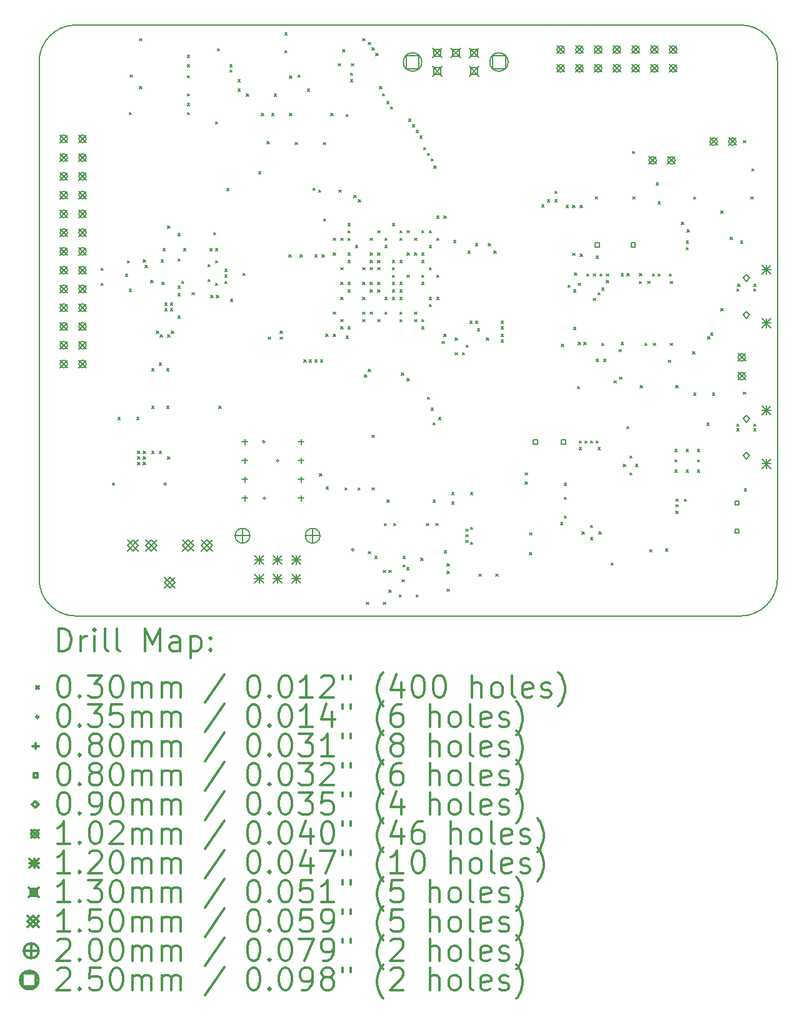
<source format=gbr>
%FSLAX45Y45*%
G04 Gerber Fmt 4.5, Leading zero omitted, Abs format (unit mm)*
G04 Created by KiCad (PCBNEW (2015-10-06 BZR 6248, Git 20a3e23)-product) date 2015-10-8 0:39:20*
%MOMM*%
G01*
G04 APERTURE LIST*
%ADD10C,0.127000*%
%ADD11C,0.150000*%
%ADD12C,0.200000*%
%ADD13C,0.300000*%
G04 APERTURE END LIST*
D10*
D11*
X0Y500000D02*
G75*
G03X-500000Y0I0J-500000D01*
G01*
X9500000Y0D02*
G75*
G03X9000000Y500000I-500000J0D01*
G01*
X9000000Y-7500000D02*
G75*
G03X9500000Y-7000000I0J500000D01*
G01*
X-500000Y-7000000D02*
G75*
G03X0Y-7500000I500000J0D01*
G01*
X-500000Y-7000000D02*
X-500000Y0D01*
X9000000Y-7500000D02*
X0Y-7500000D01*
X9500000Y0D02*
X9500000Y-7000000D01*
X0Y500000D02*
X9000000Y500000D01*
D12*
X340600Y-2791700D02*
X370600Y-2821700D01*
X370600Y-2791700D02*
X340600Y-2821700D01*
X340600Y-2994900D02*
X370600Y-3024900D01*
X370600Y-2994900D02*
X340600Y-3024900D01*
X569200Y-4811000D02*
X599200Y-4841000D01*
X599200Y-4811000D02*
X569200Y-4841000D01*
X670800Y-2874250D02*
X700800Y-2904250D01*
X700800Y-2874250D02*
X670800Y-2904250D01*
X696200Y-2690100D02*
X726200Y-2720100D01*
X726200Y-2690100D02*
X696200Y-2720100D01*
X721600Y-683500D02*
X751600Y-713500D01*
X751600Y-683500D02*
X721600Y-713500D01*
X721600Y-3077450D02*
X751600Y-3107450D01*
X751600Y-3077450D02*
X721600Y-3107450D01*
X734300Y-175500D02*
X764300Y-205500D01*
X764300Y-175500D02*
X734300Y-205500D01*
X823200Y-4811000D02*
X853200Y-4841000D01*
X853200Y-4811000D02*
X823200Y-4841000D01*
X835900Y-5268200D02*
X865900Y-5298200D01*
X865900Y-5268200D02*
X835900Y-5298200D01*
X835900Y-5344400D02*
X865900Y-5374400D01*
X865900Y-5344400D02*
X835900Y-5374400D01*
X835900Y-5420600D02*
X865900Y-5450600D01*
X865900Y-5420600D02*
X835900Y-5450600D01*
X860000Y315000D02*
X890000Y285000D01*
X890000Y315000D02*
X860000Y285000D01*
X860000Y-335000D02*
X890000Y-365000D01*
X890000Y-335000D02*
X860000Y-365000D01*
X912100Y-2677400D02*
X942100Y-2707400D01*
X942100Y-2677400D02*
X912100Y-2707400D01*
X912100Y-5268200D02*
X942100Y-5298200D01*
X942100Y-5268200D02*
X912100Y-5298200D01*
X912100Y-5344400D02*
X942100Y-5374400D01*
X942100Y-5344400D02*
X912100Y-5374400D01*
X912100Y-5420600D02*
X942100Y-5450600D01*
X942100Y-5420600D02*
X912100Y-5450600D01*
X937500Y-2753600D02*
X967500Y-2783600D01*
X967500Y-2753600D02*
X937500Y-2783600D01*
X1013700Y-2956800D02*
X1043700Y-2986800D01*
X1043700Y-2956800D02*
X1013700Y-2986800D01*
X1026400Y-4150600D02*
X1056400Y-4180600D01*
X1056400Y-4150600D02*
X1026400Y-4180600D01*
X1026400Y-4658600D02*
X1056400Y-4688600D01*
X1056400Y-4658600D02*
X1026400Y-4688600D01*
X1026400Y-5268200D02*
X1056400Y-5298200D01*
X1056400Y-5268200D02*
X1026400Y-5298200D01*
X1089900Y-3642600D02*
X1119900Y-3672600D01*
X1119900Y-3642600D02*
X1089900Y-3672600D01*
X1128000Y-4074400D02*
X1158000Y-4104400D01*
X1158000Y-4074400D02*
X1128000Y-4104400D01*
X1128000Y-5268200D02*
X1158000Y-5298200D01*
X1158000Y-5268200D02*
X1128000Y-5298200D01*
X1140700Y-3693400D02*
X1170700Y-3723400D01*
X1170700Y-3693400D02*
X1140700Y-3723400D01*
X1153400Y-2677400D02*
X1183400Y-2707400D01*
X1183400Y-2677400D02*
X1153400Y-2707400D01*
X1166100Y-2982200D02*
X1196100Y-3012200D01*
X1196100Y-2982200D02*
X1166100Y-3012200D01*
X1178800Y-2525000D02*
X1208800Y-2555000D01*
X1208800Y-2525000D02*
X1178800Y-2555000D01*
X1204200Y-3261600D02*
X1234200Y-3291600D01*
X1234200Y-3261600D02*
X1204200Y-3291600D01*
X1204200Y-3337800D02*
X1234200Y-3367800D01*
X1234200Y-3337800D02*
X1204200Y-3367800D01*
X1229600Y-4150600D02*
X1259600Y-4180600D01*
X1259600Y-4150600D02*
X1229600Y-4180600D01*
X1229600Y-4658600D02*
X1259600Y-4688600D01*
X1259600Y-4658600D02*
X1229600Y-4688600D01*
X1242300Y-2220200D02*
X1272300Y-2250200D01*
X1272300Y-2220200D02*
X1242300Y-2250200D01*
X1242300Y-3693400D02*
X1272300Y-3723400D01*
X1272300Y-3693400D02*
X1242300Y-3723400D01*
X1242300Y-5344400D02*
X1272300Y-5374400D01*
X1272300Y-5344400D02*
X1242300Y-5374400D01*
X1280400Y-3261600D02*
X1310400Y-3291600D01*
X1310400Y-3261600D02*
X1280400Y-3291600D01*
X1280400Y-3337800D02*
X1310400Y-3367800D01*
X1310400Y-3337800D02*
X1280400Y-3367800D01*
X1293100Y-3642600D02*
X1323100Y-3672600D01*
X1323100Y-3642600D02*
X1293100Y-3672600D01*
X1382000Y-2321800D02*
X1412000Y-2351800D01*
X1412000Y-2321800D02*
X1382000Y-2351800D01*
X1382000Y-2664700D02*
X1412000Y-2694700D01*
X1412000Y-2664700D02*
X1382000Y-2694700D01*
X1382000Y-3033000D02*
X1412000Y-3063000D01*
X1412000Y-3033000D02*
X1382000Y-3063000D01*
X1382000Y-3134600D02*
X1412000Y-3164600D01*
X1412000Y-3134600D02*
X1382000Y-3164600D01*
X1382000Y-3439400D02*
X1412000Y-3469400D01*
X1412000Y-3439400D02*
X1382000Y-3469400D01*
X1432800Y-2969500D02*
X1462800Y-2999500D01*
X1462800Y-2969500D02*
X1432800Y-2999500D01*
X1458200Y-2525000D02*
X1488200Y-2555000D01*
X1488200Y-2525000D02*
X1458200Y-2555000D01*
X1509000Y-429500D02*
X1539000Y-459500D01*
X1539000Y-429500D02*
X1509000Y-459500D01*
X1510000Y90000D02*
X1540000Y60000D01*
X1540000Y90000D02*
X1510000Y60000D01*
X1510000Y-35000D02*
X1540000Y-65000D01*
X1540000Y-35000D02*
X1510000Y-65000D01*
X1510000Y-185000D02*
X1540000Y-215000D01*
X1540000Y-185000D02*
X1510000Y-215000D01*
X1510000Y-560000D02*
X1540000Y-590000D01*
X1540000Y-560000D02*
X1510000Y-590000D01*
X1510000Y-685000D02*
X1540000Y-715000D01*
X1540000Y-685000D02*
X1510000Y-715000D01*
X1572500Y-3121900D02*
X1602500Y-3151900D01*
X1602500Y-3121900D02*
X1572500Y-3151900D01*
X1788400Y-2740900D02*
X1818400Y-2770900D01*
X1818400Y-2740900D02*
X1788400Y-2770900D01*
X1788400Y-2944100D02*
X1818400Y-2974100D01*
X1818400Y-2944100D02*
X1788400Y-2974100D01*
X1813800Y-2525000D02*
X1843800Y-2555000D01*
X1843800Y-2525000D02*
X1813800Y-2555000D01*
X1826500Y-3160000D02*
X1856500Y-3190000D01*
X1856500Y-3160000D02*
X1826500Y-3190000D01*
X1864600Y-2309100D02*
X1894600Y-2339100D01*
X1894600Y-2309100D02*
X1864600Y-2339100D01*
X1890000Y-810500D02*
X1920000Y-840500D01*
X1920000Y-810500D02*
X1890000Y-840500D01*
X1890000Y-2525000D02*
X1920000Y-2555000D01*
X1920000Y-2525000D02*
X1890000Y-2555000D01*
X1890000Y-2690100D02*
X1920000Y-2720100D01*
X1920000Y-2690100D02*
X1890000Y-2720100D01*
X1890000Y-2994900D02*
X1920000Y-3024900D01*
X1920000Y-2994900D02*
X1890000Y-3024900D01*
X1902700Y-3160000D02*
X1932700Y-3190000D01*
X1932700Y-3160000D02*
X1902700Y-3190000D01*
X1915400Y180100D02*
X1945400Y150100D01*
X1945400Y180100D02*
X1915400Y150100D01*
X1935000Y-4660000D02*
X1965000Y-4690000D01*
X1965000Y-4660000D02*
X1935000Y-4690000D01*
X2017000Y-2804400D02*
X2047000Y-2834400D01*
X2047000Y-2804400D02*
X2017000Y-2834400D01*
X2017000Y-2880600D02*
X2047000Y-2910600D01*
X2047000Y-2880600D02*
X2017000Y-2910600D01*
X2017000Y-2969500D02*
X2047000Y-2999500D01*
X2047000Y-2969500D02*
X2017000Y-2999500D01*
X2042400Y-1712200D02*
X2072400Y-1742200D01*
X2072400Y-1712200D02*
X2042400Y-1742200D01*
X2085000Y-35000D02*
X2115000Y-65000D01*
X2115000Y-35000D02*
X2085000Y-65000D01*
X2085000Y-110000D02*
X2115000Y-140000D01*
X2115000Y-110000D02*
X2085000Y-140000D01*
X2093200Y-3210800D02*
X2123200Y-3240800D01*
X2123200Y-3210800D02*
X2093200Y-3240800D01*
X2194800Y-239000D02*
X2224800Y-269000D01*
X2224800Y-239000D02*
X2194800Y-269000D01*
X2194800Y-366000D02*
X2224800Y-396000D01*
X2224800Y-366000D02*
X2194800Y-396000D01*
X2260000Y-2860000D02*
X2290000Y-2890000D01*
X2290000Y-2860000D02*
X2260000Y-2890000D01*
X2310000Y-435000D02*
X2340000Y-465000D01*
X2340000Y-435000D02*
X2310000Y-465000D01*
X2474200Y-1483600D02*
X2504200Y-1513600D01*
X2504200Y-1483600D02*
X2474200Y-1513600D01*
X2512300Y-696200D02*
X2542300Y-726200D01*
X2542300Y-696200D02*
X2512300Y-726200D01*
X2588500Y-1077200D02*
X2618500Y-1107200D01*
X2618500Y-1077200D02*
X2588500Y-1107200D01*
X2605000Y-3725000D02*
X2635000Y-3755000D01*
X2635000Y-3725000D02*
X2605000Y-3755000D01*
X2652000Y-696200D02*
X2682000Y-726200D01*
X2682000Y-696200D02*
X2652000Y-726200D01*
X2685000Y-435000D02*
X2715000Y-465000D01*
X2715000Y-435000D02*
X2685000Y-465000D01*
X2765000Y-3645000D02*
X2795000Y-3675000D01*
X2795000Y-3645000D02*
X2765000Y-3675000D01*
X2765000Y-3725000D02*
X2795000Y-3755000D01*
X2795000Y-3725000D02*
X2765000Y-3755000D01*
X2829800Y396000D02*
X2859800Y366000D01*
X2859800Y396000D02*
X2829800Y366000D01*
X2829800Y154700D02*
X2859800Y124700D01*
X2859800Y154700D02*
X2829800Y124700D01*
X2885000Y-2610000D02*
X2915000Y-2640000D01*
X2915000Y-2610000D02*
X2885000Y-2640000D01*
X2893300Y-188200D02*
X2923300Y-218200D01*
X2923300Y-188200D02*
X2893300Y-218200D01*
X2893300Y-696200D02*
X2923300Y-726200D01*
X2923300Y-696200D02*
X2893300Y-726200D01*
X2969500Y-1089900D02*
X2999500Y-1119900D01*
X2999500Y-1089900D02*
X2969500Y-1119900D01*
X3007600Y-175500D02*
X3037600Y-205500D01*
X3037600Y-175500D02*
X3007600Y-205500D01*
X3035000Y-2610000D02*
X3065000Y-2640000D01*
X3065000Y-2610000D02*
X3035000Y-2640000D01*
X3085000Y-4035000D02*
X3115000Y-4065000D01*
X3115000Y-4035000D02*
X3085000Y-4065000D01*
X3134600Y-366000D02*
X3164600Y-396000D01*
X3164600Y-366000D02*
X3134600Y-396000D01*
X3160000Y-4035000D02*
X3190000Y-4065000D01*
X3190000Y-4035000D02*
X3160000Y-4065000D01*
X3210000Y-1710000D02*
X3240000Y-1740000D01*
X3240000Y-1710000D02*
X3210000Y-1740000D01*
X3235000Y-2610000D02*
X3265000Y-2640000D01*
X3265000Y-2610000D02*
X3235000Y-2640000D01*
X3235000Y-4035000D02*
X3265000Y-4065000D01*
X3265000Y-4035000D02*
X3235000Y-4065000D01*
X3285000Y-1735000D02*
X3315000Y-1765000D01*
X3315000Y-1735000D02*
X3285000Y-1765000D01*
X3299700Y-5573000D02*
X3329700Y-5603000D01*
X3329700Y-5573000D02*
X3299700Y-5603000D01*
X3310000Y-4035000D02*
X3340000Y-4065000D01*
X3340000Y-4035000D02*
X3310000Y-4065000D01*
X3335000Y-2610000D02*
X3365000Y-2640000D01*
X3365000Y-2610000D02*
X3335000Y-2640000D01*
X3350500Y-1089900D02*
X3380500Y-1119900D01*
X3380500Y-1089900D02*
X3350500Y-1119900D01*
X3355000Y-2125000D02*
X3385000Y-2155000D01*
X3385000Y-2125000D02*
X3355000Y-2155000D01*
X3385000Y-3685000D02*
X3415000Y-3715000D01*
X3415000Y-3685000D02*
X3385000Y-3715000D01*
X3388600Y-5750800D02*
X3418600Y-5780800D01*
X3418600Y-5750800D02*
X3388600Y-5780800D01*
X3452100Y-696200D02*
X3482100Y-726200D01*
X3482100Y-696200D02*
X3452100Y-726200D01*
X3485000Y-2385000D02*
X3515000Y-2415000D01*
X3515000Y-2385000D02*
X3485000Y-2415000D01*
X3485000Y-2585000D02*
X3515000Y-2615000D01*
X3515000Y-2585000D02*
X3485000Y-2615000D01*
X3485000Y-3385000D02*
X3515000Y-3415000D01*
X3515000Y-3385000D02*
X3485000Y-3415000D01*
X3485000Y-3685000D02*
X3515000Y-3715000D01*
X3515000Y-3685000D02*
X3485000Y-3715000D01*
X3553700Y-23100D02*
X3583700Y-53100D01*
X3583700Y-23100D02*
X3553700Y-53100D01*
X3560000Y-1735000D02*
X3590000Y-1765000D01*
X3590000Y-1735000D02*
X3560000Y-1765000D01*
X3585000Y-2385000D02*
X3615000Y-2415000D01*
X3615000Y-2385000D02*
X3585000Y-2415000D01*
X3585000Y-2785000D02*
X3615000Y-2815000D01*
X3615000Y-2785000D02*
X3585000Y-2815000D01*
X3585000Y-2985000D02*
X3615000Y-3015000D01*
X3615000Y-2985000D02*
X3585000Y-3015000D01*
X3585000Y-3185000D02*
X3615000Y-3215000D01*
X3615000Y-3185000D02*
X3585000Y-3215000D01*
X3585000Y-3485000D02*
X3615000Y-3515000D01*
X3615000Y-3485000D02*
X3585000Y-3515000D01*
X3585000Y-3585000D02*
X3615000Y-3615000D01*
X3615000Y-3585000D02*
X3585000Y-3615000D01*
X3610000Y165000D02*
X3640000Y135000D01*
X3640000Y165000D02*
X3610000Y135000D01*
X3642600Y-5763500D02*
X3672600Y-5793500D01*
X3672600Y-5763500D02*
X3642600Y-5793500D01*
X3660000Y-710000D02*
X3690000Y-740000D01*
X3690000Y-710000D02*
X3660000Y-740000D01*
X3660000Y-3710000D02*
X3690000Y-3740000D01*
X3690000Y-3710000D02*
X3660000Y-3740000D01*
X3685000Y-2185000D02*
X3715000Y-2215000D01*
X3715000Y-2185000D02*
X3685000Y-2215000D01*
X3685000Y-2285000D02*
X3715000Y-2315000D01*
X3715000Y-2285000D02*
X3685000Y-2315000D01*
X3685000Y-2385000D02*
X3715000Y-2415000D01*
X3715000Y-2385000D02*
X3685000Y-2415000D01*
X3685000Y-2585000D02*
X3715000Y-2615000D01*
X3715000Y-2585000D02*
X3685000Y-2615000D01*
X3685000Y-2685000D02*
X3715000Y-2715000D01*
X3715000Y-2685000D02*
X3685000Y-2715000D01*
X3685000Y-2985000D02*
X3715000Y-3015000D01*
X3715000Y-2985000D02*
X3685000Y-3015000D01*
X3685000Y-3085000D02*
X3715000Y-3115000D01*
X3715000Y-3085000D02*
X3685000Y-3115000D01*
X3685000Y-3585000D02*
X3715000Y-3615000D01*
X3715000Y-3585000D02*
X3685000Y-3615000D01*
X3718800Y-150100D02*
X3748800Y-180100D01*
X3748800Y-150100D02*
X3718800Y-180100D01*
X3718800Y-239000D02*
X3748800Y-269000D01*
X3748800Y-239000D02*
X3718800Y-269000D01*
X3731500Y-23100D02*
X3761500Y-53100D01*
X3761500Y-23100D02*
X3731500Y-53100D01*
X3765000Y-1805000D02*
X3795000Y-1835000D01*
X3795000Y-1805000D02*
X3765000Y-1835000D01*
X3785000Y-2485000D02*
X3815000Y-2515000D01*
X3815000Y-2485000D02*
X3785000Y-2515000D01*
X3820400Y-5763500D02*
X3850400Y-5793500D01*
X3850400Y-5763500D02*
X3820400Y-5793500D01*
X3825000Y-1865000D02*
X3855000Y-1895000D01*
X3855000Y-1865000D02*
X3825000Y-1895000D01*
X3885000Y315000D02*
X3915000Y285000D01*
X3915000Y315000D02*
X3885000Y285000D01*
X3885000Y-2785000D02*
X3915000Y-2815000D01*
X3915000Y-2785000D02*
X3885000Y-2815000D01*
X3885000Y-2985000D02*
X3915000Y-3015000D01*
X3915000Y-2985000D02*
X3885000Y-3015000D01*
X3885000Y-3185000D02*
X3915000Y-3215000D01*
X3915000Y-3185000D02*
X3885000Y-3215000D01*
X3885000Y-3385000D02*
X3915000Y-3415000D01*
X3915000Y-3385000D02*
X3885000Y-3415000D01*
X3885000Y-3485000D02*
X3915000Y-3515000D01*
X3915000Y-3485000D02*
X3885000Y-3515000D01*
X3910000Y-4235000D02*
X3940000Y-4265000D01*
X3940000Y-4235000D02*
X3910000Y-4265000D01*
X3934700Y-7312900D02*
X3964700Y-7342900D01*
X3964700Y-7312900D02*
X3934700Y-7342900D01*
X3960000Y265000D02*
X3990000Y235000D01*
X3990000Y265000D02*
X3960000Y235000D01*
X3960000Y-4160000D02*
X3990000Y-4190000D01*
X3990000Y-4160000D02*
X3960000Y-4190000D01*
X3960100Y-6627100D02*
X3990100Y-6657100D01*
X3990100Y-6627100D02*
X3960100Y-6657100D01*
X3985000Y-2385000D02*
X4015000Y-2415000D01*
X4015000Y-2385000D02*
X3985000Y-2415000D01*
X3985000Y-2585000D02*
X4015000Y-2615000D01*
X4015000Y-2585000D02*
X3985000Y-2615000D01*
X3985000Y-2685000D02*
X4015000Y-2715000D01*
X4015000Y-2685000D02*
X3985000Y-2715000D01*
X3985000Y-2785000D02*
X4015000Y-2815000D01*
X4015000Y-2785000D02*
X3985000Y-2815000D01*
X3985000Y-2985000D02*
X4015000Y-3015000D01*
X4015000Y-2985000D02*
X3985000Y-3015000D01*
X3985000Y-3085000D02*
X4015000Y-3115000D01*
X4015000Y-3085000D02*
X3985000Y-3115000D01*
X3985000Y-3385000D02*
X4015000Y-3415000D01*
X4015000Y-3385000D02*
X3985000Y-3415000D01*
X4010000Y190000D02*
X4040000Y160000D01*
X4040000Y190000D02*
X4010000Y160000D01*
X4010900Y-5052300D02*
X4040900Y-5082300D01*
X4040900Y-5052300D02*
X4010900Y-5082300D01*
X4010900Y-5763500D02*
X4040900Y-5793500D01*
X4040900Y-5763500D02*
X4010900Y-5793500D01*
X4049000Y-6690600D02*
X4079000Y-6720600D01*
X4079000Y-6690600D02*
X4049000Y-6720600D01*
X4060000Y115000D02*
X4090000Y85000D01*
X4090000Y115000D02*
X4060000Y85000D01*
X4085000Y-2285000D02*
X4115000Y-2315000D01*
X4115000Y-2285000D02*
X4085000Y-2315000D01*
X4085000Y-2585000D02*
X4115000Y-2615000D01*
X4115000Y-2585000D02*
X4085000Y-2615000D01*
X4085000Y-2685000D02*
X4115000Y-2715000D01*
X4115000Y-2685000D02*
X4085000Y-2715000D01*
X4085000Y-2785000D02*
X4115000Y-2815000D01*
X4115000Y-2785000D02*
X4085000Y-2815000D01*
X4085000Y-2985000D02*
X4115000Y-3015000D01*
X4115000Y-2985000D02*
X4085000Y-3015000D01*
X4085000Y-3085000D02*
X4115000Y-3115000D01*
X4115000Y-3085000D02*
X4085000Y-3115000D01*
X4085000Y-3485000D02*
X4115000Y-3515000D01*
X4115000Y-3485000D02*
X4085000Y-3515000D01*
X4110000Y-335000D02*
X4140000Y-365000D01*
X4140000Y-335000D02*
X4110000Y-365000D01*
X4150600Y-429500D02*
X4180600Y-459500D01*
X4180600Y-429500D02*
X4150600Y-459500D01*
X4163300Y-6881100D02*
X4193300Y-6911100D01*
X4193300Y-6881100D02*
X4163300Y-6911100D01*
X4163300Y-7312900D02*
X4193300Y-7342900D01*
X4193300Y-7312900D02*
X4163300Y-7342900D01*
X4176000Y-6246100D02*
X4206000Y-6276100D01*
X4206000Y-6246100D02*
X4176000Y-6276100D01*
X4185000Y-2385000D02*
X4215000Y-2415000D01*
X4215000Y-2385000D02*
X4185000Y-2415000D01*
X4185000Y-2485000D02*
X4215000Y-2515000D01*
X4215000Y-2485000D02*
X4185000Y-2515000D01*
X4185000Y-3185000D02*
X4215000Y-3215000D01*
X4215000Y-3185000D02*
X4185000Y-3215000D01*
X4185000Y-3385000D02*
X4215000Y-3415000D01*
X4215000Y-3385000D02*
X4185000Y-3415000D01*
X4210000Y-535000D02*
X4240000Y-565000D01*
X4240000Y-535000D02*
X4210000Y-565000D01*
X4214100Y-5928600D02*
X4244100Y-5958600D01*
X4244100Y-5928600D02*
X4214100Y-5958600D01*
X4239500Y-6881100D02*
X4269500Y-6911100D01*
X4269500Y-6881100D02*
X4239500Y-6911100D01*
X4239500Y-7147800D02*
X4269500Y-7177800D01*
X4269500Y-7147800D02*
X4239500Y-7177800D01*
X4260000Y-610000D02*
X4290000Y-640000D01*
X4290000Y-610000D02*
X4260000Y-640000D01*
X4285000Y-2185000D02*
X4315000Y-2215000D01*
X4315000Y-2185000D02*
X4285000Y-2215000D01*
X4285000Y-2685000D02*
X4315000Y-2715000D01*
X4315000Y-2685000D02*
X4285000Y-2715000D01*
X4285000Y-2785000D02*
X4315000Y-2815000D01*
X4315000Y-2785000D02*
X4285000Y-2815000D01*
X4285000Y-2885000D02*
X4315000Y-2915000D01*
X4315000Y-2885000D02*
X4285000Y-2915000D01*
X4285000Y-2985000D02*
X4315000Y-3015000D01*
X4315000Y-2985000D02*
X4285000Y-3015000D01*
X4285000Y-3085000D02*
X4315000Y-3115000D01*
X4315000Y-3085000D02*
X4285000Y-3115000D01*
X4285000Y-3185000D02*
X4315000Y-3215000D01*
X4315000Y-3185000D02*
X4285000Y-3215000D01*
X4303000Y-6246100D02*
X4333000Y-6276100D01*
X4333000Y-6246100D02*
X4303000Y-6276100D01*
X4379200Y-7211300D02*
X4409200Y-7241300D01*
X4409200Y-7211300D02*
X4379200Y-7241300D01*
X4385000Y-2285000D02*
X4415000Y-2315000D01*
X4415000Y-2285000D02*
X4385000Y-2315000D01*
X4385000Y-2385000D02*
X4415000Y-2415000D01*
X4415000Y-2385000D02*
X4385000Y-2415000D01*
X4385000Y-2685000D02*
X4415000Y-2715000D01*
X4415000Y-2685000D02*
X4385000Y-2715000D01*
X4385000Y-2985000D02*
X4415000Y-3015000D01*
X4415000Y-2985000D02*
X4385000Y-3015000D01*
X4385000Y-3085000D02*
X4415000Y-3115000D01*
X4415000Y-3085000D02*
X4385000Y-3115000D01*
X4385000Y-3185000D02*
X4415000Y-3215000D01*
X4415000Y-3185000D02*
X4385000Y-3215000D01*
X4385000Y-3385000D02*
X4415000Y-3415000D01*
X4415000Y-3385000D02*
X4385000Y-3415000D01*
X4385000Y-3485000D02*
X4415000Y-3515000D01*
X4415000Y-3485000D02*
X4385000Y-3515000D01*
X4410000Y-4210000D02*
X4440000Y-4240000D01*
X4440000Y-4210000D02*
X4410000Y-4240000D01*
X4417300Y-7008100D02*
X4447300Y-7038100D01*
X4447300Y-7008100D02*
X4417300Y-7038100D01*
X4430000Y-6690600D02*
X4460000Y-6720600D01*
X4460000Y-6690600D02*
X4430000Y-6720600D01*
X4430000Y-6804900D02*
X4460000Y-6834900D01*
X4460000Y-6804900D02*
X4430000Y-6834900D01*
X4480800Y-6843000D02*
X4510800Y-6873000D01*
X4510800Y-6843000D02*
X4480800Y-6873000D01*
X4485000Y-2285000D02*
X4515000Y-2315000D01*
X4515000Y-2285000D02*
X4485000Y-2315000D01*
X4485000Y-2585000D02*
X4515000Y-2615000D01*
X4515000Y-2585000D02*
X4485000Y-2615000D01*
X4485000Y-2885000D02*
X4515000Y-2915000D01*
X4515000Y-2885000D02*
X4485000Y-2915000D01*
X4485000Y-4285000D02*
X4515000Y-4315000D01*
X4515000Y-4285000D02*
X4485000Y-4315000D01*
X4505300Y-771500D02*
X4535300Y-801500D01*
X4535300Y-771500D02*
X4505300Y-801500D01*
X4556100Y-847700D02*
X4586100Y-877700D01*
X4586100Y-847700D02*
X4556100Y-877700D01*
X4585000Y-2385000D02*
X4615000Y-2415000D01*
X4615000Y-2385000D02*
X4585000Y-2415000D01*
X4585000Y-2585000D02*
X4615000Y-2615000D01*
X4615000Y-2585000D02*
X4585000Y-2615000D01*
X4585000Y-3385000D02*
X4615000Y-3415000D01*
X4615000Y-3385000D02*
X4585000Y-3415000D01*
X4585000Y-3485000D02*
X4615000Y-3515000D01*
X4615000Y-3485000D02*
X4585000Y-3515000D01*
X4606900Y-923900D02*
X4636900Y-953900D01*
X4636900Y-923900D02*
X4606900Y-953900D01*
X4607800Y-7211300D02*
X4637800Y-7241300D01*
X4637800Y-7211300D02*
X4607800Y-7241300D01*
X4657700Y-1000100D02*
X4687700Y-1030100D01*
X4687700Y-1000100D02*
X4657700Y-1030100D01*
X4671300Y-6716000D02*
X4701300Y-6746000D01*
X4701300Y-6716000D02*
X4671300Y-6746000D01*
X4685000Y-2285000D02*
X4715000Y-2315000D01*
X4715000Y-2285000D02*
X4685000Y-2315000D01*
X4685000Y-2585000D02*
X4715000Y-2615000D01*
X4715000Y-2585000D02*
X4685000Y-2615000D01*
X4685000Y-2685000D02*
X4715000Y-2715000D01*
X4715000Y-2685000D02*
X4685000Y-2715000D01*
X4685000Y-2885000D02*
X4715000Y-2915000D01*
X4715000Y-2885000D02*
X4685000Y-2915000D01*
X4685000Y-2985000D02*
X4715000Y-3015000D01*
X4715000Y-2985000D02*
X4685000Y-3015000D01*
X4685000Y-3485000D02*
X4715000Y-3515000D01*
X4715000Y-3485000D02*
X4685000Y-3515000D01*
X4685000Y-3585000D02*
X4715000Y-3615000D01*
X4715000Y-3585000D02*
X4685000Y-3615000D01*
X4710000Y-1160000D02*
X4740000Y-1190000D01*
X4740000Y-1160000D02*
X4710000Y-1190000D01*
X4747500Y-6246100D02*
X4777500Y-6276100D01*
X4777500Y-6246100D02*
X4747500Y-6276100D01*
X4760000Y-1235000D02*
X4790000Y-1265000D01*
X4790000Y-1235000D02*
X4760000Y-1265000D01*
X4760000Y-4535000D02*
X4790000Y-4565000D01*
X4790000Y-4535000D02*
X4760000Y-4565000D01*
X4785000Y-2285000D02*
X4815000Y-2315000D01*
X4815000Y-2285000D02*
X4785000Y-2315000D01*
X4785000Y-2485000D02*
X4815000Y-2515000D01*
X4815000Y-2485000D02*
X4785000Y-2515000D01*
X4785000Y-2785000D02*
X4815000Y-2815000D01*
X4815000Y-2785000D02*
X4785000Y-2815000D01*
X4785000Y-3185000D02*
X4815000Y-3215000D01*
X4815000Y-3185000D02*
X4785000Y-3215000D01*
X4785000Y-3285000D02*
X4815000Y-3315000D01*
X4815000Y-3285000D02*
X4785000Y-3315000D01*
X4810000Y-1310000D02*
X4840000Y-1340000D01*
X4840000Y-1310000D02*
X4810000Y-1340000D01*
X4810000Y-4685000D02*
X4840000Y-4715000D01*
X4840000Y-4685000D02*
X4810000Y-4715000D01*
X4835000Y-4885000D02*
X4865000Y-4915000D01*
X4865000Y-4885000D02*
X4835000Y-4915000D01*
X4836400Y-5928600D02*
X4866400Y-5958600D01*
X4866400Y-5928600D02*
X4836400Y-5958600D01*
X4849100Y-1407400D02*
X4879100Y-1437400D01*
X4879100Y-1407400D02*
X4849100Y-1437400D01*
X4874500Y-6246100D02*
X4904500Y-6276100D01*
X4904500Y-6246100D02*
X4874500Y-6276100D01*
X4885000Y-2085000D02*
X4915000Y-2115000D01*
X4915000Y-2085000D02*
X4885000Y-2115000D01*
X4885000Y-2385000D02*
X4915000Y-2415000D01*
X4915000Y-2385000D02*
X4885000Y-2415000D01*
X4885000Y-2885000D02*
X4915000Y-2915000D01*
X4915000Y-2885000D02*
X4885000Y-2915000D01*
X4885000Y-3185000D02*
X4915000Y-3215000D01*
X4915000Y-3185000D02*
X4885000Y-3215000D01*
X4910000Y-4810000D02*
X4940000Y-4840000D01*
X4940000Y-4810000D02*
X4910000Y-4840000D01*
X4960000Y-3785000D02*
X4990000Y-3815000D01*
X4990000Y-3785000D02*
X4960000Y-3815000D01*
X4985000Y-2085000D02*
X5015000Y-2115000D01*
X5015000Y-2085000D02*
X4985000Y-2115000D01*
X4985000Y-3685000D02*
X5015000Y-3715000D01*
X5015000Y-3685000D02*
X4985000Y-3715000D01*
X4988800Y-6614400D02*
X5018800Y-6644400D01*
X5018800Y-6614400D02*
X4988800Y-6644400D01*
X5026900Y-6792200D02*
X5056900Y-6822200D01*
X5056900Y-6792200D02*
X5026900Y-6822200D01*
X5026900Y-6893800D02*
X5056900Y-6923800D01*
X5056900Y-6893800D02*
X5026900Y-6923800D01*
X5026900Y-7135100D02*
X5056900Y-7165100D01*
X5056900Y-7135100D02*
X5026900Y-7165100D01*
X5090400Y-5827000D02*
X5120400Y-5857000D01*
X5120400Y-5827000D02*
X5090400Y-5857000D01*
X5090400Y-5954000D02*
X5120400Y-5984000D01*
X5120400Y-5954000D02*
X5090400Y-5984000D01*
X5115000Y-2415000D02*
X5145000Y-2445000D01*
X5145000Y-2415000D02*
X5115000Y-2445000D01*
X5135000Y-3735000D02*
X5165000Y-3765000D01*
X5165000Y-3735000D02*
X5135000Y-3765000D01*
X5135000Y-3935000D02*
X5165000Y-3965000D01*
X5165000Y-3935000D02*
X5135000Y-3965000D01*
X5235000Y-3935000D02*
X5265000Y-3965000D01*
X5265000Y-3935000D02*
X5235000Y-3965000D01*
X5280900Y-6322300D02*
X5310900Y-6352300D01*
X5310900Y-6322300D02*
X5280900Y-6352300D01*
X5280900Y-6398500D02*
X5310900Y-6428500D01*
X5310900Y-6398500D02*
X5280900Y-6428500D01*
X5280900Y-6474700D02*
X5310900Y-6504700D01*
X5310900Y-6474700D02*
X5280900Y-6504700D01*
X5285000Y-3835000D02*
X5315000Y-3865000D01*
X5315000Y-3835000D02*
X5285000Y-3865000D01*
X5310000Y-2560000D02*
X5340000Y-2590000D01*
X5340000Y-2560000D02*
X5310000Y-2590000D01*
X5335000Y-3510000D02*
X5365000Y-3540000D01*
X5365000Y-3510000D02*
X5335000Y-3540000D01*
X5344400Y-5827000D02*
X5374400Y-5857000D01*
X5374400Y-5827000D02*
X5344400Y-5857000D01*
X5344400Y-6296900D02*
X5374400Y-6326900D01*
X5374400Y-6296900D02*
X5344400Y-6326900D01*
X5344400Y-6500100D02*
X5374400Y-6530100D01*
X5374400Y-6500100D02*
X5344400Y-6530100D01*
X5410000Y-2460000D02*
X5440000Y-2490000D01*
X5440000Y-2460000D02*
X5410000Y-2490000D01*
X5410000Y-3510000D02*
X5440000Y-3540000D01*
X5440000Y-3510000D02*
X5410000Y-3540000D01*
X5435000Y-3610000D02*
X5465000Y-3640000D01*
X5465000Y-3610000D02*
X5435000Y-3640000D01*
X5458700Y-6931900D02*
X5488700Y-6961900D01*
X5488700Y-6931900D02*
X5458700Y-6961900D01*
X5560000Y-3735000D02*
X5590000Y-3765000D01*
X5590000Y-3735000D02*
X5560000Y-3765000D01*
X5585000Y-2460000D02*
X5615000Y-2490000D01*
X5615000Y-2460000D02*
X5585000Y-2490000D01*
X5660000Y-2560000D02*
X5690000Y-2590000D01*
X5690000Y-2560000D02*
X5660000Y-2590000D01*
X5687300Y-6931900D02*
X5717300Y-6961900D01*
X5717300Y-6931900D02*
X5687300Y-6961900D01*
X5760000Y-3510000D02*
X5790000Y-3540000D01*
X5790000Y-3510000D02*
X5760000Y-3540000D01*
X5760000Y-3585000D02*
X5790000Y-3615000D01*
X5790000Y-3585000D02*
X5760000Y-3615000D01*
X5760000Y-3685000D02*
X5790000Y-3715000D01*
X5790000Y-3685000D02*
X5760000Y-3715000D01*
X5760000Y-3760000D02*
X5790000Y-3790000D01*
X5790000Y-3760000D02*
X5760000Y-3790000D01*
X6085000Y-5560000D02*
X6115000Y-5590000D01*
X6115000Y-5560000D02*
X6085000Y-5590000D01*
X6085000Y-5685000D02*
X6115000Y-5715000D01*
X6115000Y-5685000D02*
X6085000Y-5715000D01*
X6144500Y-6373100D02*
X6174500Y-6403100D01*
X6174500Y-6373100D02*
X6144500Y-6403100D01*
X6144500Y-6639800D02*
X6174500Y-6669800D01*
X6174500Y-6639800D02*
X6144500Y-6669800D01*
X6310000Y-1935000D02*
X6340000Y-1965000D01*
X6340000Y-1935000D02*
X6310000Y-1965000D01*
X6384900Y-1863700D02*
X6414900Y-1893700D01*
X6414900Y-1863700D02*
X6384900Y-1893700D01*
X6486500Y-1749400D02*
X6516500Y-1779400D01*
X6516500Y-1749400D02*
X6486500Y-1779400D01*
X6486500Y-1863700D02*
X6516500Y-1893700D01*
X6516500Y-1863700D02*
X6486500Y-1893700D01*
X6563600Y-6233400D02*
X6593600Y-6263400D01*
X6593600Y-6233400D02*
X6563600Y-6263400D01*
X6576300Y-3820400D02*
X6606300Y-3850400D01*
X6606300Y-3820400D02*
X6576300Y-3850400D01*
X6614400Y-5700000D02*
X6644400Y-5730000D01*
X6644400Y-5700000D02*
X6614400Y-5730000D01*
X6614400Y-5890500D02*
X6644400Y-5920500D01*
X6644400Y-5890500D02*
X6614400Y-5920500D01*
X6614400Y-6144500D02*
X6644400Y-6174500D01*
X6644400Y-6144500D02*
X6614400Y-6174500D01*
X6639800Y-1940800D02*
X6669800Y-1970800D01*
X6669800Y-1940800D02*
X6639800Y-1970800D01*
X6665200Y-3020300D02*
X6695200Y-3050300D01*
X6695200Y-3020300D02*
X6665200Y-3050300D01*
X6728700Y-1940800D02*
X6758700Y-1970800D01*
X6758700Y-1940800D02*
X6728700Y-1970800D01*
X6728700Y-2588500D02*
X6758700Y-2618500D01*
X6758700Y-2588500D02*
X6728700Y-2618500D01*
X6741400Y-3083800D02*
X6771400Y-3113800D01*
X6771400Y-3083800D02*
X6741400Y-3113800D01*
X6741400Y-3591800D02*
X6771400Y-3621800D01*
X6771400Y-3591800D02*
X6741400Y-3621800D01*
X6754100Y-2855200D02*
X6784100Y-2885200D01*
X6784100Y-2855200D02*
X6754100Y-2885200D01*
X6792200Y-4391900D02*
X6822200Y-4421900D01*
X6822200Y-4391900D02*
X6792200Y-4421900D01*
X6804900Y-2994900D02*
X6834900Y-3024900D01*
X6834900Y-2994900D02*
X6804900Y-3024900D01*
X6804900Y-3795000D02*
X6834900Y-3825000D01*
X6834900Y-3795000D02*
X6804900Y-3825000D01*
X6817600Y-5128500D02*
X6847600Y-5158500D01*
X6847600Y-5128500D02*
X6817600Y-5158500D01*
X6817600Y-5217400D02*
X6847600Y-5247400D01*
X6847600Y-5217400D02*
X6817600Y-5247400D01*
X6830300Y-1940800D02*
X6860300Y-1970800D01*
X6860300Y-1940800D02*
X6830300Y-1970800D01*
X6830300Y-2601200D02*
X6860300Y-2631200D01*
X6860300Y-2601200D02*
X6830300Y-2631200D01*
X6855700Y-6360400D02*
X6885700Y-6390400D01*
X6885700Y-6360400D02*
X6855700Y-6390400D01*
X6881100Y-3795000D02*
X6911100Y-3825000D01*
X6911100Y-3795000D02*
X6881100Y-3825000D01*
X6893800Y-5128500D02*
X6923800Y-5158500D01*
X6923800Y-5128500D02*
X6893800Y-5158500D01*
X6919200Y-2867900D02*
X6949200Y-2897900D01*
X6949200Y-2867900D02*
X6919200Y-2897900D01*
X6970000Y-5128500D02*
X7000000Y-5158500D01*
X7000000Y-5128500D02*
X6970000Y-5158500D01*
X6970000Y-6271500D02*
X7000000Y-6301500D01*
X7000000Y-6271500D02*
X6970000Y-6301500D01*
X6970000Y-6436600D02*
X7000000Y-6466600D01*
X7000000Y-6436600D02*
X6970000Y-6466600D01*
X7008100Y-2867900D02*
X7038100Y-2897900D01*
X7038100Y-2867900D02*
X7008100Y-2897900D01*
X7008100Y-3198100D02*
X7038100Y-3228100D01*
X7038100Y-3198100D02*
X7008100Y-3228100D01*
X7033500Y-1826500D02*
X7063500Y-1856500D01*
X7063500Y-1826500D02*
X7033500Y-1856500D01*
X7046200Y-2626600D02*
X7076200Y-2656600D01*
X7076200Y-2626600D02*
X7046200Y-2656600D01*
X7046200Y-4023600D02*
X7076200Y-4053600D01*
X7076200Y-4023600D02*
X7046200Y-4053600D01*
X7046200Y-5128500D02*
X7076200Y-5158500D01*
X7076200Y-5128500D02*
X7046200Y-5158500D01*
X7071600Y-3121900D02*
X7101600Y-3151900D01*
X7101600Y-3121900D02*
X7071600Y-3151900D01*
X7071600Y-5217400D02*
X7101600Y-5247400D01*
X7101600Y-5217400D02*
X7071600Y-5247400D01*
X7084300Y-6360400D02*
X7114300Y-6390400D01*
X7114300Y-6360400D02*
X7084300Y-6390400D01*
X7097000Y-2867900D02*
X7127000Y-2897900D01*
X7127000Y-2867900D02*
X7097000Y-2897900D01*
X7122400Y-3058400D02*
X7152400Y-3088400D01*
X7152400Y-3058400D02*
X7122400Y-3088400D01*
X7122400Y-3807700D02*
X7152400Y-3837700D01*
X7152400Y-3807700D02*
X7122400Y-3837700D01*
X7147800Y-4023600D02*
X7177800Y-4053600D01*
X7177800Y-4023600D02*
X7147800Y-4053600D01*
X7185900Y-2867900D02*
X7215900Y-2897900D01*
X7215900Y-2867900D02*
X7185900Y-2897900D01*
X7185900Y-2956800D02*
X7215900Y-2986800D01*
X7215900Y-2956800D02*
X7185900Y-2986800D01*
X7249400Y-6779500D02*
X7279400Y-6809500D01*
X7279400Y-6779500D02*
X7249400Y-6809500D01*
X7287500Y-4315700D02*
X7317500Y-4345700D01*
X7317500Y-4315700D02*
X7287500Y-4345700D01*
X7355000Y-3895000D02*
X7385000Y-3925000D01*
X7385000Y-3895000D02*
X7355000Y-3925000D01*
X7363700Y-4264900D02*
X7393700Y-4294900D01*
X7393700Y-4264900D02*
X7363700Y-4294900D01*
X7384020Y-2862820D02*
X7414020Y-2892820D01*
X7414020Y-2862820D02*
X7384020Y-2892820D01*
X7385000Y-3795000D02*
X7415000Y-3825000D01*
X7415000Y-3795000D02*
X7385000Y-3825000D01*
X7414500Y-5446000D02*
X7444500Y-5476000D01*
X7444500Y-5446000D02*
X7414500Y-5476000D01*
X7460000Y-4935000D02*
X7490000Y-4965000D01*
X7490000Y-4935000D02*
X7460000Y-4965000D01*
X7462760Y-2862820D02*
X7492760Y-2892820D01*
X7492760Y-2862820D02*
X7462760Y-2892820D01*
X7503400Y-5331700D02*
X7533400Y-5361700D01*
X7533400Y-5331700D02*
X7503400Y-5361700D01*
X7503400Y-5560300D02*
X7533400Y-5590300D01*
X7533400Y-5560300D02*
X7503400Y-5590300D01*
X7535000Y-1210000D02*
X7565000Y-1240000D01*
X7565000Y-1210000D02*
X7535000Y-1240000D01*
X7541500Y-1826500D02*
X7571500Y-1856500D01*
X7571500Y-1826500D02*
X7541500Y-1856500D01*
X7579600Y-5446000D02*
X7609600Y-5476000D01*
X7609600Y-5446000D02*
X7579600Y-5476000D01*
X7630400Y-2969500D02*
X7660400Y-2999500D01*
X7660400Y-2969500D02*
X7630400Y-2999500D01*
X7635480Y-2862820D02*
X7665480Y-2892820D01*
X7665480Y-2862820D02*
X7635480Y-2892820D01*
X7643100Y-4379200D02*
X7673100Y-4409200D01*
X7673100Y-4379200D02*
X7643100Y-4409200D01*
X7706600Y-3807700D02*
X7736600Y-3837700D01*
X7736600Y-3807700D02*
X7706600Y-3837700D01*
X7744700Y-2969500D02*
X7774700Y-2999500D01*
X7774700Y-2969500D02*
X7744700Y-2999500D01*
X7770100Y-6601700D02*
X7800100Y-6631700D01*
X7800100Y-6601700D02*
X7770100Y-6631700D01*
X7808200Y-2867900D02*
X7838200Y-2897900D01*
X7838200Y-2867900D02*
X7808200Y-2897900D01*
X7820900Y-3807700D02*
X7850900Y-3837700D01*
X7850900Y-3807700D02*
X7820900Y-3837700D01*
X7859000Y-1636000D02*
X7889000Y-1666000D01*
X7889000Y-1636000D02*
X7859000Y-1666000D01*
X7884400Y-1890000D02*
X7914400Y-1920000D01*
X7914400Y-1890000D02*
X7884400Y-1920000D01*
X7884400Y-2867900D02*
X7914400Y-2897900D01*
X7914400Y-2867900D02*
X7884400Y-2897900D01*
X7986000Y-6589000D02*
X8016000Y-6619000D01*
X8016000Y-6589000D02*
X7986000Y-6619000D01*
X8024100Y-4036300D02*
X8054100Y-4066300D01*
X8054100Y-4036300D02*
X8024100Y-4066300D01*
X8036800Y-2867900D02*
X8066800Y-2897900D01*
X8066800Y-2867900D02*
X8036800Y-2897900D01*
X8049500Y-2969500D02*
X8079500Y-2999500D01*
X8079500Y-2969500D02*
X8049500Y-2999500D01*
X8049500Y-3807700D02*
X8079500Y-3837700D01*
X8079500Y-3807700D02*
X8049500Y-3837700D01*
X8113000Y-5242800D02*
X8143000Y-5272800D01*
X8143000Y-5242800D02*
X8113000Y-5272800D01*
X8113000Y-5382500D02*
X8143000Y-5412500D01*
X8143000Y-5382500D02*
X8113000Y-5412500D01*
X8113000Y-5522200D02*
X8143000Y-5552200D01*
X8143000Y-5522200D02*
X8113000Y-5552200D01*
X8125700Y-4379200D02*
X8155700Y-4409200D01*
X8155700Y-4379200D02*
X8125700Y-4409200D01*
X8125700Y-5915900D02*
X8155700Y-5945900D01*
X8155700Y-5915900D02*
X8125700Y-5945900D01*
X8125700Y-5992100D02*
X8155700Y-6022100D01*
X8155700Y-5992100D02*
X8125700Y-6022100D01*
X8125700Y-6081000D02*
X8155700Y-6111000D01*
X8155700Y-6081000D02*
X8125700Y-6111000D01*
X8201900Y-2169400D02*
X8231900Y-2199400D01*
X8231900Y-2169400D02*
X8201900Y-2199400D01*
X8240000Y-5915900D02*
X8270000Y-5945900D01*
X8270000Y-5915900D02*
X8240000Y-5945900D01*
X8265400Y-2423400D02*
X8295400Y-2453400D01*
X8295400Y-2423400D02*
X8265400Y-2453400D01*
X8265400Y-2512300D02*
X8295400Y-2542300D01*
X8295400Y-2512300D02*
X8265400Y-2542300D01*
X8265400Y-5242800D02*
X8295400Y-5272800D01*
X8295400Y-5242800D02*
X8265400Y-5272800D01*
X8265400Y-5522200D02*
X8295400Y-5552200D01*
X8295400Y-5522200D02*
X8265400Y-5552200D01*
X8278100Y-2271000D02*
X8308100Y-2301000D01*
X8308100Y-2271000D02*
X8278100Y-2301000D01*
X8354300Y-3922000D02*
X8384300Y-3952000D01*
X8384300Y-3922000D02*
X8354300Y-3952000D01*
X8367000Y-1826500D02*
X8397000Y-1856500D01*
X8397000Y-1826500D02*
X8367000Y-1856500D01*
X8367000Y-4480800D02*
X8397000Y-4510800D01*
X8397000Y-4480800D02*
X8367000Y-4510800D01*
X8417800Y-5242800D02*
X8447800Y-5272800D01*
X8447800Y-5242800D02*
X8417800Y-5272800D01*
X8417800Y-5382500D02*
X8447800Y-5412500D01*
X8447800Y-5382500D02*
X8417800Y-5412500D01*
X8417800Y-5522200D02*
X8447800Y-5552200D01*
X8447800Y-5522200D02*
X8417800Y-5552200D01*
X8544800Y-4887200D02*
X8574800Y-4917200D01*
X8574800Y-4887200D02*
X8544800Y-4917200D01*
X8557500Y-3718800D02*
X8587500Y-3748800D01*
X8587500Y-3718800D02*
X8557500Y-3748800D01*
X8595600Y-3668000D02*
X8625600Y-3698000D01*
X8625600Y-3668000D02*
X8595600Y-3698000D01*
X8621000Y-4480800D02*
X8651000Y-4510800D01*
X8651000Y-4480800D02*
X8621000Y-4510800D01*
X8735300Y-2017000D02*
X8765300Y-2047000D01*
X8765300Y-2017000D02*
X8735300Y-2047000D01*
X8735300Y-3337800D02*
X8765300Y-3367800D01*
X8765300Y-3337800D02*
X8735300Y-3367800D01*
X8862300Y-2372600D02*
X8892300Y-2402600D01*
X8892300Y-2372600D02*
X8862300Y-2402600D01*
X8951200Y-3071100D02*
X8981200Y-3101100D01*
X8981200Y-3071100D02*
X8951200Y-3101100D01*
X8951200Y-4899900D02*
X8981200Y-4929900D01*
X8981200Y-4899900D02*
X8951200Y-4929900D01*
X8951200Y-4963400D02*
X8981200Y-4993400D01*
X8981200Y-4963400D02*
X8951200Y-4993400D01*
X8963900Y-3007600D02*
X8993900Y-3037600D01*
X8993900Y-3007600D02*
X8963900Y-3037600D01*
X9002000Y-2423400D02*
X9032000Y-2453400D01*
X9032000Y-2423400D02*
X9002000Y-2453400D01*
X9040100Y-1064500D02*
X9070100Y-1094500D01*
X9070100Y-1064500D02*
X9040100Y-1094500D01*
X9040100Y-4468100D02*
X9070100Y-4498100D01*
X9070100Y-4468100D02*
X9040100Y-4498100D01*
X9052800Y-5776200D02*
X9082800Y-5806200D01*
X9082800Y-5776200D02*
X9052800Y-5806200D01*
X9141700Y-1826500D02*
X9171700Y-1856500D01*
X9171700Y-1826500D02*
X9141700Y-1856500D01*
X9154400Y-1445500D02*
X9184400Y-1475500D01*
X9184400Y-1445500D02*
X9154400Y-1475500D01*
X9179800Y-3007600D02*
X9209800Y-3037600D01*
X9209800Y-3007600D02*
X9179800Y-3037600D01*
X9179800Y-3071100D02*
X9209800Y-3101100D01*
X9209800Y-3071100D02*
X9179800Y-3101100D01*
X9179800Y-4899900D02*
X9209800Y-4929900D01*
X9209800Y-4899900D02*
X9179800Y-4929900D01*
X9179800Y-4963400D02*
X9209800Y-4993400D01*
X9209800Y-4963400D02*
X9179800Y-4993400D01*
X525500Y-5715000D02*
G75*
G03X525500Y-5715000I-17500J0D01*
G01*
X1224000Y-5715000D02*
G75*
G03X1224000Y-5715000I-17500J0D01*
G01*
X2557500Y-5143500D02*
G75*
G03X2557500Y-5143500I-17500J0D01*
G01*
X2570200Y-5905500D02*
G75*
G03X2570200Y-5905500I-17500J0D01*
G01*
X2748000Y-5397500D02*
G75*
G03X2748000Y-5397500I-17500J0D01*
G01*
X3764000Y-6604000D02*
G75*
G03X3764000Y-6604000I-17500J0D01*
G01*
X2286000Y-5103500D02*
X2286000Y-5183500D01*
X2246000Y-5143500D02*
X2326000Y-5143500D01*
X2286000Y-5357500D02*
X2286000Y-5437500D01*
X2246000Y-5397500D02*
X2326000Y-5397500D01*
X2286000Y-5611500D02*
X2286000Y-5691500D01*
X2246000Y-5651500D02*
X2326000Y-5651500D01*
X2286000Y-5865500D02*
X2286000Y-5945500D01*
X2246000Y-5905500D02*
X2326000Y-5905500D01*
X3048000Y-5103500D02*
X3048000Y-5183500D01*
X3008000Y-5143500D02*
X3088000Y-5143500D01*
X3048000Y-5357500D02*
X3048000Y-5437500D01*
X3008000Y-5397500D02*
X3088000Y-5397500D01*
X3048000Y-5611500D02*
X3048000Y-5691500D01*
X3008000Y-5651500D02*
X3088000Y-5651500D01*
X3048000Y-5865500D02*
X3048000Y-5945500D01*
X3008000Y-5905500D02*
X3088000Y-5905500D01*
X6251288Y-5171788D02*
X6251288Y-5115212D01*
X6194712Y-5115212D01*
X6194712Y-5171788D01*
X6251288Y-5171788D01*
X6632288Y-5171788D02*
X6632288Y-5115212D01*
X6575712Y-5115212D01*
X6575712Y-5171788D01*
X6632288Y-5171788D01*
X7086694Y-2504788D02*
X7086694Y-2448212D01*
X7030118Y-2448212D01*
X7030118Y-2504788D01*
X7086694Y-2504788D01*
X7574882Y-2504788D02*
X7574882Y-2448212D01*
X7518306Y-2448212D01*
X7518306Y-2504788D01*
X7574882Y-2504788D01*
X8981788Y-5997288D02*
X8981788Y-5940712D01*
X8925212Y-5940712D01*
X8925212Y-5997288D01*
X8981788Y-5997288D01*
X8981788Y-6378288D02*
X8981788Y-6321712D01*
X8925212Y-6321712D01*
X8925212Y-6378288D01*
X8981788Y-6378288D01*
X9080500Y-2970000D02*
X9125500Y-2925000D01*
X9080500Y-2880000D01*
X9035500Y-2925000D01*
X9080500Y-2970000D01*
X9080500Y-3470000D02*
X9125500Y-3425000D01*
X9080500Y-3380000D01*
X9035500Y-3425000D01*
X9080500Y-3470000D01*
X9080500Y-4875000D02*
X9125500Y-4830000D01*
X9080500Y-4785000D01*
X9035500Y-4830000D01*
X9080500Y-4875000D01*
X9080500Y-5375000D02*
X9125500Y-5330000D01*
X9080500Y-5285000D01*
X9035500Y-5330000D01*
X9080500Y-5375000D01*
X-216800Y-989700D02*
X-115200Y-1091300D01*
X-115200Y-989700D02*
X-216800Y-1091300D01*
X-115200Y-1040500D02*
G75*
G03X-115200Y-1040500I-50800J0D01*
G01*
X-216800Y-1243700D02*
X-115200Y-1345300D01*
X-115200Y-1243700D02*
X-216800Y-1345300D01*
X-115200Y-1294500D02*
G75*
G03X-115200Y-1294500I-50800J0D01*
G01*
X-216800Y-1497700D02*
X-115200Y-1599300D01*
X-115200Y-1497700D02*
X-216800Y-1599300D01*
X-115200Y-1548500D02*
G75*
G03X-115200Y-1548500I-50800J0D01*
G01*
X-216800Y-1751700D02*
X-115200Y-1853300D01*
X-115200Y-1751700D02*
X-216800Y-1853300D01*
X-115200Y-1802500D02*
G75*
G03X-115200Y-1802500I-50800J0D01*
G01*
X-216800Y-2005700D02*
X-115200Y-2107300D01*
X-115200Y-2005700D02*
X-216800Y-2107300D01*
X-115200Y-2056500D02*
G75*
G03X-115200Y-2056500I-50800J0D01*
G01*
X-216800Y-2259700D02*
X-115200Y-2361300D01*
X-115200Y-2259700D02*
X-216800Y-2361300D01*
X-115200Y-2310500D02*
G75*
G03X-115200Y-2310500I-50800J0D01*
G01*
X-216800Y-2513700D02*
X-115200Y-2615300D01*
X-115200Y-2513700D02*
X-216800Y-2615300D01*
X-115200Y-2564500D02*
G75*
G03X-115200Y-2564500I-50800J0D01*
G01*
X-216800Y-2767700D02*
X-115200Y-2869300D01*
X-115200Y-2767700D02*
X-216800Y-2869300D01*
X-115200Y-2818500D02*
G75*
G03X-115200Y-2818500I-50800J0D01*
G01*
X-216800Y-3021700D02*
X-115200Y-3123300D01*
X-115200Y-3021700D02*
X-216800Y-3123300D01*
X-115200Y-3072500D02*
G75*
G03X-115200Y-3072500I-50800J0D01*
G01*
X-216800Y-3275700D02*
X-115200Y-3377300D01*
X-115200Y-3275700D02*
X-216800Y-3377300D01*
X-115200Y-3326500D02*
G75*
G03X-115200Y-3326500I-50800J0D01*
G01*
X-216800Y-3529700D02*
X-115200Y-3631300D01*
X-115200Y-3529700D02*
X-216800Y-3631300D01*
X-115200Y-3580500D02*
G75*
G03X-115200Y-3580500I-50800J0D01*
G01*
X-216800Y-3783700D02*
X-115200Y-3885300D01*
X-115200Y-3783700D02*
X-216800Y-3885300D01*
X-115200Y-3834500D02*
G75*
G03X-115200Y-3834500I-50800J0D01*
G01*
X-216800Y-4037700D02*
X-115200Y-4139300D01*
X-115200Y-4037700D02*
X-216800Y-4139300D01*
X-115200Y-4088500D02*
G75*
G03X-115200Y-4088500I-50800J0D01*
G01*
X37200Y-989700D02*
X138800Y-1091300D01*
X138800Y-989700D02*
X37200Y-1091300D01*
X138800Y-1040500D02*
G75*
G03X138800Y-1040500I-50800J0D01*
G01*
X37200Y-1243700D02*
X138800Y-1345300D01*
X138800Y-1243700D02*
X37200Y-1345300D01*
X138800Y-1294500D02*
G75*
G03X138800Y-1294500I-50800J0D01*
G01*
X37200Y-1497700D02*
X138800Y-1599300D01*
X138800Y-1497700D02*
X37200Y-1599300D01*
X138800Y-1548500D02*
G75*
G03X138800Y-1548500I-50800J0D01*
G01*
X37200Y-1751700D02*
X138800Y-1853300D01*
X138800Y-1751700D02*
X37200Y-1853300D01*
X138800Y-1802500D02*
G75*
G03X138800Y-1802500I-50800J0D01*
G01*
X37200Y-2005700D02*
X138800Y-2107300D01*
X138800Y-2005700D02*
X37200Y-2107300D01*
X138800Y-2056500D02*
G75*
G03X138800Y-2056500I-50800J0D01*
G01*
X37200Y-2259700D02*
X138800Y-2361300D01*
X138800Y-2259700D02*
X37200Y-2361300D01*
X138800Y-2310500D02*
G75*
G03X138800Y-2310500I-50800J0D01*
G01*
X37200Y-2513700D02*
X138800Y-2615300D01*
X138800Y-2513700D02*
X37200Y-2615300D01*
X138800Y-2564500D02*
G75*
G03X138800Y-2564500I-50800J0D01*
G01*
X37200Y-2767700D02*
X138800Y-2869300D01*
X138800Y-2767700D02*
X37200Y-2869300D01*
X138800Y-2818500D02*
G75*
G03X138800Y-2818500I-50800J0D01*
G01*
X37200Y-3021700D02*
X138800Y-3123300D01*
X138800Y-3021700D02*
X37200Y-3123300D01*
X138800Y-3072500D02*
G75*
G03X138800Y-3072500I-50800J0D01*
G01*
X37200Y-3275700D02*
X138800Y-3377300D01*
X138800Y-3275700D02*
X37200Y-3377300D01*
X138800Y-3326500D02*
G75*
G03X138800Y-3326500I-50800J0D01*
G01*
X37200Y-3529700D02*
X138800Y-3631300D01*
X138800Y-3529700D02*
X37200Y-3631300D01*
X138800Y-3580500D02*
G75*
G03X138800Y-3580500I-50800J0D01*
G01*
X37200Y-3783700D02*
X138800Y-3885300D01*
X138800Y-3783700D02*
X37200Y-3885300D01*
X138800Y-3834500D02*
G75*
G03X138800Y-3834500I-50800J0D01*
G01*
X37200Y-4037700D02*
X138800Y-4139300D01*
X138800Y-4037700D02*
X37200Y-4139300D01*
X138800Y-4088500D02*
G75*
G03X138800Y-4088500I-50800J0D01*
G01*
X6514200Y216800D02*
X6615800Y115200D01*
X6615800Y216800D02*
X6514200Y115200D01*
X6615800Y166000D02*
G75*
G03X6615800Y166000I-50800J0D01*
G01*
X6514200Y-37200D02*
X6615800Y-138800D01*
X6615800Y-37200D02*
X6514200Y-138800D01*
X6615800Y-88000D02*
G75*
G03X6615800Y-88000I-50800J0D01*
G01*
X6768200Y216800D02*
X6869800Y115200D01*
X6869800Y216800D02*
X6768200Y115200D01*
X6869800Y166000D02*
G75*
G03X6869800Y166000I-50800J0D01*
G01*
X6768200Y-37200D02*
X6869800Y-138800D01*
X6869800Y-37200D02*
X6768200Y-138800D01*
X6869800Y-88000D02*
G75*
G03X6869800Y-88000I-50800J0D01*
G01*
X7022200Y216800D02*
X7123800Y115200D01*
X7123800Y216800D02*
X7022200Y115200D01*
X7123800Y166000D02*
G75*
G03X7123800Y166000I-50800J0D01*
G01*
X7022200Y-37200D02*
X7123800Y-138800D01*
X7123800Y-37200D02*
X7022200Y-138800D01*
X7123800Y-88000D02*
G75*
G03X7123800Y-88000I-50800J0D01*
G01*
X7276200Y216800D02*
X7377800Y115200D01*
X7377800Y216800D02*
X7276200Y115200D01*
X7377800Y166000D02*
G75*
G03X7377800Y166000I-50800J0D01*
G01*
X7276200Y-37200D02*
X7377800Y-138800D01*
X7377800Y-37200D02*
X7276200Y-138800D01*
X7377800Y-88000D02*
G75*
G03X7377800Y-88000I-50800J0D01*
G01*
X7530200Y216800D02*
X7631800Y115200D01*
X7631800Y216800D02*
X7530200Y115200D01*
X7631800Y166000D02*
G75*
G03X7631800Y166000I-50800J0D01*
G01*
X7530200Y-37200D02*
X7631800Y-138800D01*
X7631800Y-37200D02*
X7530200Y-138800D01*
X7631800Y-88000D02*
G75*
G03X7631800Y-88000I-50800J0D01*
G01*
X7759700Y-1282700D02*
X7861300Y-1384300D01*
X7861300Y-1282700D02*
X7759700Y-1384300D01*
X7861300Y-1333500D02*
G75*
G03X7861300Y-1333500I-50800J0D01*
G01*
X7784200Y216800D02*
X7885800Y115200D01*
X7885800Y216800D02*
X7784200Y115200D01*
X7885800Y166000D02*
G75*
G03X7885800Y166000I-50800J0D01*
G01*
X7784200Y-37200D02*
X7885800Y-138800D01*
X7885800Y-37200D02*
X7784200Y-138800D01*
X7885800Y-88000D02*
G75*
G03X7885800Y-88000I-50800J0D01*
G01*
X8013700Y-1282700D02*
X8115300Y-1384300D01*
X8115300Y-1282700D02*
X8013700Y-1384300D01*
X8115300Y-1333500D02*
G75*
G03X8115300Y-1333500I-50800J0D01*
G01*
X8038200Y216800D02*
X8139800Y115200D01*
X8139800Y216800D02*
X8038200Y115200D01*
X8139800Y166000D02*
G75*
G03X8139800Y166000I-50800J0D01*
G01*
X8038200Y-37200D02*
X8139800Y-138800D01*
X8139800Y-37200D02*
X8038200Y-138800D01*
X8139800Y-88000D02*
G75*
G03X8139800Y-88000I-50800J0D01*
G01*
X8585200Y-1028700D02*
X8686800Y-1130300D01*
X8686800Y-1028700D02*
X8585200Y-1130300D01*
X8686800Y-1079500D02*
G75*
G03X8686800Y-1079500I-50800J0D01*
G01*
X8839200Y-1028700D02*
X8940800Y-1130300D01*
X8940800Y-1028700D02*
X8839200Y-1130300D01*
X8940800Y-1079500D02*
G75*
G03X8940800Y-1079500I-50800J0D01*
G01*
X8966200Y-3949700D02*
X9067800Y-4051300D01*
X9067800Y-3949700D02*
X8966200Y-4051300D01*
X9067800Y-4000500D02*
G75*
G03X9067800Y-4000500I-50800J0D01*
G01*
X8966200Y-4203700D02*
X9067800Y-4305300D01*
X9067800Y-4203700D02*
X8966200Y-4305300D01*
X9067800Y-4254500D02*
G75*
G03X9067800Y-4254500I-50800J0D01*
G01*
X2420500Y-6683500D02*
X2540500Y-6803500D01*
X2540500Y-6683500D02*
X2420500Y-6803500D01*
X2480500Y-6683500D02*
X2480500Y-6803500D01*
X2420500Y-6743500D02*
X2540500Y-6743500D01*
X2420500Y-6933500D02*
X2540500Y-7053500D01*
X2540500Y-6933500D02*
X2420500Y-7053500D01*
X2480500Y-6933500D02*
X2480500Y-7053500D01*
X2420500Y-6993500D02*
X2540500Y-6993500D01*
X2670500Y-6683500D02*
X2790500Y-6803500D01*
X2790500Y-6683500D02*
X2670500Y-6803500D01*
X2730500Y-6683500D02*
X2730500Y-6803500D01*
X2670500Y-6743500D02*
X2790500Y-6743500D01*
X2670500Y-6933500D02*
X2790500Y-7053500D01*
X2790500Y-6933500D02*
X2670500Y-7053500D01*
X2730500Y-6933500D02*
X2730500Y-7053500D01*
X2670500Y-6993500D02*
X2790500Y-6993500D01*
X2920500Y-6683500D02*
X3040500Y-6803500D01*
X3040500Y-6683500D02*
X2920500Y-6803500D01*
X2980500Y-6683500D02*
X2980500Y-6803500D01*
X2920500Y-6743500D02*
X3040500Y-6743500D01*
X2920500Y-6933500D02*
X3040500Y-7053500D01*
X3040500Y-6933500D02*
X2920500Y-7053500D01*
X2980500Y-6933500D02*
X2980500Y-7053500D01*
X2920500Y-6993500D02*
X3040500Y-6993500D01*
X9290500Y-2755000D02*
X9410500Y-2875000D01*
X9410500Y-2755000D02*
X9290500Y-2875000D01*
X9350500Y-2755000D02*
X9350500Y-2875000D01*
X9290500Y-2815000D02*
X9410500Y-2815000D01*
X9290500Y-3475000D02*
X9410500Y-3595000D01*
X9410500Y-3475000D02*
X9290500Y-3595000D01*
X9350500Y-3475000D02*
X9350500Y-3595000D01*
X9290500Y-3535000D02*
X9410500Y-3535000D01*
X9290500Y-4660000D02*
X9410500Y-4780000D01*
X9410500Y-4660000D02*
X9290500Y-4780000D01*
X9350500Y-4660000D02*
X9350500Y-4780000D01*
X9290500Y-4720000D02*
X9410500Y-4720000D01*
X9290500Y-5380000D02*
X9410500Y-5500000D01*
X9410500Y-5380000D02*
X9290500Y-5500000D01*
X9350500Y-5380000D02*
X9350500Y-5500000D01*
X9290500Y-5440000D02*
X9410500Y-5440000D01*
X4828500Y188000D02*
X4958500Y58000D01*
X4958500Y188000D02*
X4828500Y58000D01*
X4939462Y77038D02*
X4939462Y168962D01*
X4847538Y168962D01*
X4847538Y77038D01*
X4939462Y77038D01*
X4828500Y-62000D02*
X4958500Y-192000D01*
X4958500Y-62000D02*
X4828500Y-192000D01*
X4939462Y-172962D02*
X4939462Y-81038D01*
X4847538Y-81038D01*
X4847538Y-172962D01*
X4939462Y-172962D01*
X5078500Y188000D02*
X5208500Y58000D01*
X5208500Y188000D02*
X5078500Y58000D01*
X5189462Y77038D02*
X5189462Y168962D01*
X5097538Y168962D01*
X5097538Y77038D01*
X5189462Y77038D01*
X5328500Y188000D02*
X5458500Y58000D01*
X5458500Y188000D02*
X5328500Y58000D01*
X5439462Y77038D02*
X5439462Y168962D01*
X5347538Y168962D01*
X5347538Y77038D01*
X5439462Y77038D01*
X5328500Y-62000D02*
X5458500Y-192000D01*
X5458500Y-62000D02*
X5328500Y-192000D01*
X5439462Y-172962D02*
X5439462Y-81038D01*
X5347538Y-81038D01*
X5347538Y-172962D01*
X5439462Y-172962D01*
X695000Y-6473500D02*
X845000Y-6623500D01*
X845000Y-6473500D02*
X695000Y-6623500D01*
X770000Y-6623500D02*
X845000Y-6548500D01*
X770000Y-6473500D01*
X695000Y-6548500D01*
X770000Y-6623500D01*
X945000Y-6473500D02*
X1095000Y-6623500D01*
X1095000Y-6473500D02*
X945000Y-6623500D01*
X1020000Y-6623500D02*
X1095000Y-6548500D01*
X1020000Y-6473500D01*
X945000Y-6548500D01*
X1020000Y-6623500D01*
X1195000Y-6973500D02*
X1345000Y-7123500D01*
X1345000Y-6973500D02*
X1195000Y-7123500D01*
X1270000Y-7123500D02*
X1345000Y-7048500D01*
X1270000Y-6973500D01*
X1195000Y-7048500D01*
X1270000Y-7123500D01*
X1445000Y-6473500D02*
X1595000Y-6623500D01*
X1595000Y-6473500D02*
X1445000Y-6623500D01*
X1520000Y-6623500D02*
X1595000Y-6548500D01*
X1520000Y-6473500D01*
X1445000Y-6548500D01*
X1520000Y-6623500D01*
X1695000Y-6473500D02*
X1845000Y-6623500D01*
X1845000Y-6473500D02*
X1695000Y-6623500D01*
X1770000Y-6623500D02*
X1845000Y-6548500D01*
X1770000Y-6473500D01*
X1695000Y-6548500D01*
X1770000Y-6623500D01*
X2255500Y-6313500D02*
X2255500Y-6513500D01*
X2155500Y-6413500D02*
X2355500Y-6413500D01*
X2355500Y-6413500D02*
G75*
G03X2355500Y-6413500I-100000J0D01*
G01*
X3205500Y-6313500D02*
X3205500Y-6513500D01*
X3105500Y-6413500D02*
X3305500Y-6413500D01*
X3305500Y-6413500D02*
G75*
G03X3305500Y-6413500I-100000J0D01*
G01*
X4646889Y-90389D02*
X4646889Y86389D01*
X4470111Y86389D01*
X4470111Y-90389D01*
X4646889Y-90389D01*
X4683500Y-2000D02*
G75*
G03X4683500Y-2000I-125000J0D01*
G01*
X5816889Y-90389D02*
X5816889Y86389D01*
X5640111Y86389D01*
X5640111Y-90389D01*
X5816889Y-90389D01*
X5853500Y-2000D02*
G75*
G03X5853500Y-2000I-125000J0D01*
G01*
D13*
X-236071Y-7973214D02*
X-236071Y-7673214D01*
X-164643Y-7673214D01*
X-121786Y-7687500D01*
X-93214Y-7716071D01*
X-78929Y-7744643D01*
X-64643Y-7801786D01*
X-64643Y-7844643D01*
X-78929Y-7901786D01*
X-93214Y-7930357D01*
X-121786Y-7958929D01*
X-164643Y-7973214D01*
X-236071Y-7973214D01*
X63928Y-7973214D02*
X63928Y-7773214D01*
X63928Y-7830357D02*
X78214Y-7801786D01*
X92500Y-7787500D01*
X121071Y-7773214D01*
X149643Y-7773214D01*
X249643Y-7973214D02*
X249643Y-7773214D01*
X249643Y-7673214D02*
X235357Y-7687500D01*
X249643Y-7701786D01*
X263929Y-7687500D01*
X249643Y-7673214D01*
X249643Y-7701786D01*
X435357Y-7973214D02*
X406786Y-7958929D01*
X392500Y-7930357D01*
X392500Y-7673214D01*
X592500Y-7973214D02*
X563929Y-7958929D01*
X549643Y-7930357D01*
X549643Y-7673214D01*
X935357Y-7973214D02*
X935357Y-7673214D01*
X1035357Y-7887500D01*
X1135357Y-7673214D01*
X1135357Y-7973214D01*
X1406786Y-7973214D02*
X1406786Y-7816071D01*
X1392500Y-7787500D01*
X1363929Y-7773214D01*
X1306786Y-7773214D01*
X1278214Y-7787500D01*
X1406786Y-7958929D02*
X1378214Y-7973214D01*
X1306786Y-7973214D01*
X1278214Y-7958929D01*
X1263929Y-7930357D01*
X1263929Y-7901786D01*
X1278214Y-7873214D01*
X1306786Y-7858929D01*
X1378214Y-7858929D01*
X1406786Y-7844643D01*
X1549643Y-7773214D02*
X1549643Y-8073214D01*
X1549643Y-7787500D02*
X1578214Y-7773214D01*
X1635357Y-7773214D01*
X1663928Y-7787500D01*
X1678214Y-7801786D01*
X1692500Y-7830357D01*
X1692500Y-7916071D01*
X1678214Y-7944643D01*
X1663928Y-7958929D01*
X1635357Y-7973214D01*
X1578214Y-7973214D01*
X1549643Y-7958929D01*
X1821071Y-7944643D02*
X1835357Y-7958929D01*
X1821071Y-7973214D01*
X1806786Y-7958929D01*
X1821071Y-7944643D01*
X1821071Y-7973214D01*
X1821071Y-7787500D02*
X1835357Y-7801786D01*
X1821071Y-7816071D01*
X1806786Y-7801786D01*
X1821071Y-7787500D01*
X1821071Y-7816071D01*
X-537500Y-8452500D02*
X-507500Y-8482500D01*
X-507500Y-8452500D02*
X-537500Y-8482500D01*
X-178929Y-8303214D02*
X-150357Y-8303214D01*
X-121786Y-8317500D01*
X-107500Y-8331786D01*
X-93214Y-8360357D01*
X-78929Y-8417500D01*
X-78929Y-8488929D01*
X-93214Y-8546072D01*
X-107500Y-8574643D01*
X-121786Y-8588929D01*
X-150357Y-8603214D01*
X-178929Y-8603214D01*
X-207500Y-8588929D01*
X-221786Y-8574643D01*
X-236071Y-8546072D01*
X-250357Y-8488929D01*
X-250357Y-8417500D01*
X-236071Y-8360357D01*
X-221786Y-8331786D01*
X-207500Y-8317500D01*
X-178929Y-8303214D01*
X49643Y-8574643D02*
X63928Y-8588929D01*
X49643Y-8603214D01*
X35357Y-8588929D01*
X49643Y-8574643D01*
X49643Y-8603214D01*
X163928Y-8303214D02*
X349643Y-8303214D01*
X249643Y-8417500D01*
X292500Y-8417500D01*
X321071Y-8431786D01*
X335357Y-8446072D01*
X349643Y-8474643D01*
X349643Y-8546072D01*
X335357Y-8574643D01*
X321071Y-8588929D01*
X292500Y-8603214D01*
X206786Y-8603214D01*
X178214Y-8588929D01*
X163928Y-8574643D01*
X535357Y-8303214D02*
X563929Y-8303214D01*
X592500Y-8317500D01*
X606786Y-8331786D01*
X621071Y-8360357D01*
X635357Y-8417500D01*
X635357Y-8488929D01*
X621071Y-8546072D01*
X606786Y-8574643D01*
X592500Y-8588929D01*
X563929Y-8603214D01*
X535357Y-8603214D01*
X506786Y-8588929D01*
X492500Y-8574643D01*
X478214Y-8546072D01*
X463928Y-8488929D01*
X463928Y-8417500D01*
X478214Y-8360357D01*
X492500Y-8331786D01*
X506786Y-8317500D01*
X535357Y-8303214D01*
X763928Y-8603214D02*
X763928Y-8403214D01*
X763928Y-8431786D02*
X778214Y-8417500D01*
X806786Y-8403214D01*
X849643Y-8403214D01*
X878214Y-8417500D01*
X892500Y-8446072D01*
X892500Y-8603214D01*
X892500Y-8446072D02*
X906786Y-8417500D01*
X935357Y-8403214D01*
X978214Y-8403214D01*
X1006786Y-8417500D01*
X1021071Y-8446072D01*
X1021071Y-8603214D01*
X1163929Y-8603214D02*
X1163929Y-8403214D01*
X1163929Y-8431786D02*
X1178214Y-8417500D01*
X1206786Y-8403214D01*
X1249643Y-8403214D01*
X1278214Y-8417500D01*
X1292500Y-8446072D01*
X1292500Y-8603214D01*
X1292500Y-8446072D02*
X1306786Y-8417500D01*
X1335357Y-8403214D01*
X1378214Y-8403214D01*
X1406786Y-8417500D01*
X1421071Y-8446072D01*
X1421071Y-8603214D01*
X2006786Y-8288929D02*
X1749643Y-8674643D01*
X2392500Y-8303214D02*
X2421071Y-8303214D01*
X2449643Y-8317500D01*
X2463928Y-8331786D01*
X2478214Y-8360357D01*
X2492500Y-8417500D01*
X2492500Y-8488929D01*
X2478214Y-8546072D01*
X2463928Y-8574643D01*
X2449643Y-8588929D01*
X2421071Y-8603214D01*
X2392500Y-8603214D01*
X2363928Y-8588929D01*
X2349643Y-8574643D01*
X2335357Y-8546072D01*
X2321071Y-8488929D01*
X2321071Y-8417500D01*
X2335357Y-8360357D01*
X2349643Y-8331786D01*
X2363928Y-8317500D01*
X2392500Y-8303214D01*
X2621071Y-8574643D02*
X2635357Y-8588929D01*
X2621071Y-8603214D01*
X2606786Y-8588929D01*
X2621071Y-8574643D01*
X2621071Y-8603214D01*
X2821071Y-8303214D02*
X2849643Y-8303214D01*
X2878214Y-8317500D01*
X2892500Y-8331786D01*
X2906785Y-8360357D01*
X2921071Y-8417500D01*
X2921071Y-8488929D01*
X2906785Y-8546072D01*
X2892500Y-8574643D01*
X2878214Y-8588929D01*
X2849643Y-8603214D01*
X2821071Y-8603214D01*
X2792500Y-8588929D01*
X2778214Y-8574643D01*
X2763928Y-8546072D01*
X2749643Y-8488929D01*
X2749643Y-8417500D01*
X2763928Y-8360357D01*
X2778214Y-8331786D01*
X2792500Y-8317500D01*
X2821071Y-8303214D01*
X3206785Y-8603214D02*
X3035357Y-8603214D01*
X3121071Y-8603214D02*
X3121071Y-8303214D01*
X3092500Y-8346071D01*
X3063928Y-8374643D01*
X3035357Y-8388929D01*
X3321071Y-8331786D02*
X3335357Y-8317500D01*
X3363928Y-8303214D01*
X3435357Y-8303214D01*
X3463928Y-8317500D01*
X3478214Y-8331786D01*
X3492500Y-8360357D01*
X3492500Y-8388929D01*
X3478214Y-8431786D01*
X3306785Y-8603214D01*
X3492500Y-8603214D01*
X3606786Y-8303214D02*
X3606786Y-8360357D01*
X3721071Y-8303214D02*
X3721071Y-8360357D01*
X4163928Y-8717500D02*
X4149643Y-8703214D01*
X4121071Y-8660357D01*
X4106785Y-8631786D01*
X4092500Y-8588929D01*
X4078214Y-8517500D01*
X4078214Y-8460357D01*
X4092500Y-8388929D01*
X4106785Y-8346071D01*
X4121071Y-8317500D01*
X4149643Y-8274643D01*
X4163928Y-8260357D01*
X4406786Y-8403214D02*
X4406786Y-8603214D01*
X4335357Y-8288929D02*
X4263928Y-8503214D01*
X4449643Y-8503214D01*
X4621071Y-8303214D02*
X4649643Y-8303214D01*
X4678214Y-8317500D01*
X4692500Y-8331786D01*
X4706786Y-8360357D01*
X4721071Y-8417500D01*
X4721071Y-8488929D01*
X4706786Y-8546072D01*
X4692500Y-8574643D01*
X4678214Y-8588929D01*
X4649643Y-8603214D01*
X4621071Y-8603214D01*
X4592500Y-8588929D01*
X4578214Y-8574643D01*
X4563928Y-8546072D01*
X4549643Y-8488929D01*
X4549643Y-8417500D01*
X4563928Y-8360357D01*
X4578214Y-8331786D01*
X4592500Y-8317500D01*
X4621071Y-8303214D01*
X4906786Y-8303214D02*
X4935357Y-8303214D01*
X4963928Y-8317500D01*
X4978214Y-8331786D01*
X4992500Y-8360357D01*
X5006786Y-8417500D01*
X5006786Y-8488929D01*
X4992500Y-8546072D01*
X4978214Y-8574643D01*
X4963928Y-8588929D01*
X4935357Y-8603214D01*
X4906786Y-8603214D01*
X4878214Y-8588929D01*
X4863928Y-8574643D01*
X4849643Y-8546072D01*
X4835357Y-8488929D01*
X4835357Y-8417500D01*
X4849643Y-8360357D01*
X4863928Y-8331786D01*
X4878214Y-8317500D01*
X4906786Y-8303214D01*
X5363928Y-8603214D02*
X5363928Y-8303214D01*
X5492500Y-8603214D02*
X5492500Y-8446072D01*
X5478214Y-8417500D01*
X5449643Y-8403214D01*
X5406786Y-8403214D01*
X5378214Y-8417500D01*
X5363928Y-8431786D01*
X5678214Y-8603214D02*
X5649643Y-8588929D01*
X5635357Y-8574643D01*
X5621071Y-8546072D01*
X5621071Y-8460357D01*
X5635357Y-8431786D01*
X5649643Y-8417500D01*
X5678214Y-8403214D01*
X5721071Y-8403214D01*
X5749643Y-8417500D01*
X5763928Y-8431786D01*
X5778214Y-8460357D01*
X5778214Y-8546072D01*
X5763928Y-8574643D01*
X5749643Y-8588929D01*
X5721071Y-8603214D01*
X5678214Y-8603214D01*
X5949643Y-8603214D02*
X5921071Y-8588929D01*
X5906786Y-8560357D01*
X5906786Y-8303214D01*
X6178214Y-8588929D02*
X6149643Y-8603214D01*
X6092500Y-8603214D01*
X6063928Y-8588929D01*
X6049643Y-8560357D01*
X6049643Y-8446072D01*
X6063928Y-8417500D01*
X6092500Y-8403214D01*
X6149643Y-8403214D01*
X6178214Y-8417500D01*
X6192500Y-8446072D01*
X6192500Y-8474643D01*
X6049643Y-8503214D01*
X6306786Y-8588929D02*
X6335357Y-8603214D01*
X6392500Y-8603214D01*
X6421071Y-8588929D01*
X6435357Y-8560357D01*
X6435357Y-8546072D01*
X6421071Y-8517500D01*
X6392500Y-8503214D01*
X6349643Y-8503214D01*
X6321071Y-8488929D01*
X6306786Y-8460357D01*
X6306786Y-8446072D01*
X6321071Y-8417500D01*
X6349643Y-8403214D01*
X6392500Y-8403214D01*
X6421071Y-8417500D01*
X6535357Y-8717500D02*
X6549643Y-8703214D01*
X6578214Y-8660357D01*
X6592500Y-8631786D01*
X6606786Y-8588929D01*
X6621071Y-8517500D01*
X6621071Y-8460357D01*
X6606786Y-8388929D01*
X6592500Y-8346071D01*
X6578214Y-8317500D01*
X6549643Y-8274643D01*
X6535357Y-8260357D01*
X-507500Y-8863500D02*
G75*
G03X-507500Y-8863500I-17500J0D01*
G01*
X-178929Y-8699214D02*
X-150357Y-8699214D01*
X-121786Y-8713500D01*
X-107500Y-8727786D01*
X-93214Y-8756357D01*
X-78929Y-8813500D01*
X-78929Y-8884929D01*
X-93214Y-8942072D01*
X-107500Y-8970643D01*
X-121786Y-8984929D01*
X-150357Y-8999214D01*
X-178929Y-8999214D01*
X-207500Y-8984929D01*
X-221786Y-8970643D01*
X-236071Y-8942072D01*
X-250357Y-8884929D01*
X-250357Y-8813500D01*
X-236071Y-8756357D01*
X-221786Y-8727786D01*
X-207500Y-8713500D01*
X-178929Y-8699214D01*
X49643Y-8970643D02*
X63928Y-8984929D01*
X49643Y-8999214D01*
X35357Y-8984929D01*
X49643Y-8970643D01*
X49643Y-8999214D01*
X163928Y-8699214D02*
X349643Y-8699214D01*
X249643Y-8813500D01*
X292500Y-8813500D01*
X321071Y-8827786D01*
X335357Y-8842072D01*
X349643Y-8870643D01*
X349643Y-8942072D01*
X335357Y-8970643D01*
X321071Y-8984929D01*
X292500Y-8999214D01*
X206786Y-8999214D01*
X178214Y-8984929D01*
X163928Y-8970643D01*
X621071Y-8699214D02*
X478214Y-8699214D01*
X463928Y-8842072D01*
X478214Y-8827786D01*
X506786Y-8813500D01*
X578214Y-8813500D01*
X606786Y-8827786D01*
X621071Y-8842072D01*
X635357Y-8870643D01*
X635357Y-8942072D01*
X621071Y-8970643D01*
X606786Y-8984929D01*
X578214Y-8999214D01*
X506786Y-8999214D01*
X478214Y-8984929D01*
X463928Y-8970643D01*
X763928Y-8999214D02*
X763928Y-8799214D01*
X763928Y-8827786D02*
X778214Y-8813500D01*
X806786Y-8799214D01*
X849643Y-8799214D01*
X878214Y-8813500D01*
X892500Y-8842072D01*
X892500Y-8999214D01*
X892500Y-8842072D02*
X906786Y-8813500D01*
X935357Y-8799214D01*
X978214Y-8799214D01*
X1006786Y-8813500D01*
X1021071Y-8842072D01*
X1021071Y-8999214D01*
X1163929Y-8999214D02*
X1163929Y-8799214D01*
X1163929Y-8827786D02*
X1178214Y-8813500D01*
X1206786Y-8799214D01*
X1249643Y-8799214D01*
X1278214Y-8813500D01*
X1292500Y-8842072D01*
X1292500Y-8999214D01*
X1292500Y-8842072D02*
X1306786Y-8813500D01*
X1335357Y-8799214D01*
X1378214Y-8799214D01*
X1406786Y-8813500D01*
X1421071Y-8842072D01*
X1421071Y-8999214D01*
X2006786Y-8684929D02*
X1749643Y-9070643D01*
X2392500Y-8699214D02*
X2421071Y-8699214D01*
X2449643Y-8713500D01*
X2463928Y-8727786D01*
X2478214Y-8756357D01*
X2492500Y-8813500D01*
X2492500Y-8884929D01*
X2478214Y-8942072D01*
X2463928Y-8970643D01*
X2449643Y-8984929D01*
X2421071Y-8999214D01*
X2392500Y-8999214D01*
X2363928Y-8984929D01*
X2349643Y-8970643D01*
X2335357Y-8942072D01*
X2321071Y-8884929D01*
X2321071Y-8813500D01*
X2335357Y-8756357D01*
X2349643Y-8727786D01*
X2363928Y-8713500D01*
X2392500Y-8699214D01*
X2621071Y-8970643D02*
X2635357Y-8984929D01*
X2621071Y-8999214D01*
X2606786Y-8984929D01*
X2621071Y-8970643D01*
X2621071Y-8999214D01*
X2821071Y-8699214D02*
X2849643Y-8699214D01*
X2878214Y-8713500D01*
X2892500Y-8727786D01*
X2906785Y-8756357D01*
X2921071Y-8813500D01*
X2921071Y-8884929D01*
X2906785Y-8942072D01*
X2892500Y-8970643D01*
X2878214Y-8984929D01*
X2849643Y-8999214D01*
X2821071Y-8999214D01*
X2792500Y-8984929D01*
X2778214Y-8970643D01*
X2763928Y-8942072D01*
X2749643Y-8884929D01*
X2749643Y-8813500D01*
X2763928Y-8756357D01*
X2778214Y-8727786D01*
X2792500Y-8713500D01*
X2821071Y-8699214D01*
X3206785Y-8999214D02*
X3035357Y-8999214D01*
X3121071Y-8999214D02*
X3121071Y-8699214D01*
X3092500Y-8742072D01*
X3063928Y-8770643D01*
X3035357Y-8784929D01*
X3463928Y-8799214D02*
X3463928Y-8999214D01*
X3392500Y-8684929D02*
X3321071Y-8899214D01*
X3506785Y-8899214D01*
X3606786Y-8699214D02*
X3606786Y-8756357D01*
X3721071Y-8699214D02*
X3721071Y-8756357D01*
X4163928Y-9113500D02*
X4149643Y-9099214D01*
X4121071Y-9056357D01*
X4106785Y-9027786D01*
X4092500Y-8984929D01*
X4078214Y-8913500D01*
X4078214Y-8856357D01*
X4092500Y-8784929D01*
X4106785Y-8742072D01*
X4121071Y-8713500D01*
X4149643Y-8670643D01*
X4163928Y-8656357D01*
X4406786Y-8699214D02*
X4349643Y-8699214D01*
X4321071Y-8713500D01*
X4306786Y-8727786D01*
X4278214Y-8770643D01*
X4263928Y-8827786D01*
X4263928Y-8942072D01*
X4278214Y-8970643D01*
X4292500Y-8984929D01*
X4321071Y-8999214D01*
X4378214Y-8999214D01*
X4406786Y-8984929D01*
X4421071Y-8970643D01*
X4435357Y-8942072D01*
X4435357Y-8870643D01*
X4421071Y-8842072D01*
X4406786Y-8827786D01*
X4378214Y-8813500D01*
X4321071Y-8813500D01*
X4292500Y-8827786D01*
X4278214Y-8842072D01*
X4263928Y-8870643D01*
X4792500Y-8999214D02*
X4792500Y-8699214D01*
X4921071Y-8999214D02*
X4921071Y-8842072D01*
X4906786Y-8813500D01*
X4878214Y-8799214D01*
X4835357Y-8799214D01*
X4806786Y-8813500D01*
X4792500Y-8827786D01*
X5106786Y-8999214D02*
X5078214Y-8984929D01*
X5063928Y-8970643D01*
X5049643Y-8942072D01*
X5049643Y-8856357D01*
X5063928Y-8827786D01*
X5078214Y-8813500D01*
X5106786Y-8799214D01*
X5149643Y-8799214D01*
X5178214Y-8813500D01*
X5192500Y-8827786D01*
X5206786Y-8856357D01*
X5206786Y-8942072D01*
X5192500Y-8970643D01*
X5178214Y-8984929D01*
X5149643Y-8999214D01*
X5106786Y-8999214D01*
X5378214Y-8999214D02*
X5349643Y-8984929D01*
X5335357Y-8956357D01*
X5335357Y-8699214D01*
X5606786Y-8984929D02*
X5578214Y-8999214D01*
X5521071Y-8999214D01*
X5492500Y-8984929D01*
X5478214Y-8956357D01*
X5478214Y-8842072D01*
X5492500Y-8813500D01*
X5521071Y-8799214D01*
X5578214Y-8799214D01*
X5606786Y-8813500D01*
X5621071Y-8842072D01*
X5621071Y-8870643D01*
X5478214Y-8899214D01*
X5735357Y-8984929D02*
X5763928Y-8999214D01*
X5821071Y-8999214D01*
X5849643Y-8984929D01*
X5863928Y-8956357D01*
X5863928Y-8942072D01*
X5849643Y-8913500D01*
X5821071Y-8899214D01*
X5778214Y-8899214D01*
X5749643Y-8884929D01*
X5735357Y-8856357D01*
X5735357Y-8842072D01*
X5749643Y-8813500D01*
X5778214Y-8799214D01*
X5821071Y-8799214D01*
X5849643Y-8813500D01*
X5963928Y-9113500D02*
X5978214Y-9099214D01*
X6006786Y-9056357D01*
X6021071Y-9027786D01*
X6035357Y-8984929D01*
X6049643Y-8913500D01*
X6049643Y-8856357D01*
X6035357Y-8784929D01*
X6021071Y-8742072D01*
X6006786Y-8713500D01*
X5978214Y-8670643D01*
X5963928Y-8656357D01*
X-547500Y-9219500D02*
X-547500Y-9299500D01*
X-587500Y-9259500D02*
X-507500Y-9259500D01*
X-178929Y-9095214D02*
X-150357Y-9095214D01*
X-121786Y-9109500D01*
X-107500Y-9123786D01*
X-93214Y-9152357D01*
X-78929Y-9209500D01*
X-78929Y-9280929D01*
X-93214Y-9338072D01*
X-107500Y-9366643D01*
X-121786Y-9380929D01*
X-150357Y-9395214D01*
X-178929Y-9395214D01*
X-207500Y-9380929D01*
X-221786Y-9366643D01*
X-236071Y-9338072D01*
X-250357Y-9280929D01*
X-250357Y-9209500D01*
X-236071Y-9152357D01*
X-221786Y-9123786D01*
X-207500Y-9109500D01*
X-178929Y-9095214D01*
X49643Y-9366643D02*
X63928Y-9380929D01*
X49643Y-9395214D01*
X35357Y-9380929D01*
X49643Y-9366643D01*
X49643Y-9395214D01*
X235357Y-9223786D02*
X206786Y-9209500D01*
X192500Y-9195214D01*
X178214Y-9166643D01*
X178214Y-9152357D01*
X192500Y-9123786D01*
X206786Y-9109500D01*
X235357Y-9095214D01*
X292500Y-9095214D01*
X321071Y-9109500D01*
X335357Y-9123786D01*
X349643Y-9152357D01*
X349643Y-9166643D01*
X335357Y-9195214D01*
X321071Y-9209500D01*
X292500Y-9223786D01*
X235357Y-9223786D01*
X206786Y-9238072D01*
X192500Y-9252357D01*
X178214Y-9280929D01*
X178214Y-9338072D01*
X192500Y-9366643D01*
X206786Y-9380929D01*
X235357Y-9395214D01*
X292500Y-9395214D01*
X321071Y-9380929D01*
X335357Y-9366643D01*
X349643Y-9338072D01*
X349643Y-9280929D01*
X335357Y-9252357D01*
X321071Y-9238072D01*
X292500Y-9223786D01*
X535357Y-9095214D02*
X563929Y-9095214D01*
X592500Y-9109500D01*
X606786Y-9123786D01*
X621071Y-9152357D01*
X635357Y-9209500D01*
X635357Y-9280929D01*
X621071Y-9338072D01*
X606786Y-9366643D01*
X592500Y-9380929D01*
X563929Y-9395214D01*
X535357Y-9395214D01*
X506786Y-9380929D01*
X492500Y-9366643D01*
X478214Y-9338072D01*
X463928Y-9280929D01*
X463928Y-9209500D01*
X478214Y-9152357D01*
X492500Y-9123786D01*
X506786Y-9109500D01*
X535357Y-9095214D01*
X763928Y-9395214D02*
X763928Y-9195214D01*
X763928Y-9223786D02*
X778214Y-9209500D01*
X806786Y-9195214D01*
X849643Y-9195214D01*
X878214Y-9209500D01*
X892500Y-9238072D01*
X892500Y-9395214D01*
X892500Y-9238072D02*
X906786Y-9209500D01*
X935357Y-9195214D01*
X978214Y-9195214D01*
X1006786Y-9209500D01*
X1021071Y-9238072D01*
X1021071Y-9395214D01*
X1163929Y-9395214D02*
X1163929Y-9195214D01*
X1163929Y-9223786D02*
X1178214Y-9209500D01*
X1206786Y-9195214D01*
X1249643Y-9195214D01*
X1278214Y-9209500D01*
X1292500Y-9238072D01*
X1292500Y-9395214D01*
X1292500Y-9238072D02*
X1306786Y-9209500D01*
X1335357Y-9195214D01*
X1378214Y-9195214D01*
X1406786Y-9209500D01*
X1421071Y-9238072D01*
X1421071Y-9395214D01*
X2006786Y-9080929D02*
X1749643Y-9466643D01*
X2392500Y-9095214D02*
X2421071Y-9095214D01*
X2449643Y-9109500D01*
X2463928Y-9123786D01*
X2478214Y-9152357D01*
X2492500Y-9209500D01*
X2492500Y-9280929D01*
X2478214Y-9338072D01*
X2463928Y-9366643D01*
X2449643Y-9380929D01*
X2421071Y-9395214D01*
X2392500Y-9395214D01*
X2363928Y-9380929D01*
X2349643Y-9366643D01*
X2335357Y-9338072D01*
X2321071Y-9280929D01*
X2321071Y-9209500D01*
X2335357Y-9152357D01*
X2349643Y-9123786D01*
X2363928Y-9109500D01*
X2392500Y-9095214D01*
X2621071Y-9366643D02*
X2635357Y-9380929D01*
X2621071Y-9395214D01*
X2606786Y-9380929D01*
X2621071Y-9366643D01*
X2621071Y-9395214D01*
X2821071Y-9095214D02*
X2849643Y-9095214D01*
X2878214Y-9109500D01*
X2892500Y-9123786D01*
X2906785Y-9152357D01*
X2921071Y-9209500D01*
X2921071Y-9280929D01*
X2906785Y-9338072D01*
X2892500Y-9366643D01*
X2878214Y-9380929D01*
X2849643Y-9395214D01*
X2821071Y-9395214D01*
X2792500Y-9380929D01*
X2778214Y-9366643D01*
X2763928Y-9338072D01*
X2749643Y-9280929D01*
X2749643Y-9209500D01*
X2763928Y-9152357D01*
X2778214Y-9123786D01*
X2792500Y-9109500D01*
X2821071Y-9095214D01*
X3021071Y-9095214D02*
X3206785Y-9095214D01*
X3106785Y-9209500D01*
X3149643Y-9209500D01*
X3178214Y-9223786D01*
X3192500Y-9238072D01*
X3206785Y-9266643D01*
X3206785Y-9338072D01*
X3192500Y-9366643D01*
X3178214Y-9380929D01*
X3149643Y-9395214D01*
X3063928Y-9395214D01*
X3035357Y-9380929D01*
X3021071Y-9366643D01*
X3492500Y-9395214D02*
X3321071Y-9395214D01*
X3406785Y-9395214D02*
X3406785Y-9095214D01*
X3378214Y-9138072D01*
X3349643Y-9166643D01*
X3321071Y-9180929D01*
X3606786Y-9095214D02*
X3606786Y-9152357D01*
X3721071Y-9095214D02*
X3721071Y-9152357D01*
X4163928Y-9509500D02*
X4149643Y-9495214D01*
X4121071Y-9452357D01*
X4106785Y-9423786D01*
X4092500Y-9380929D01*
X4078214Y-9309500D01*
X4078214Y-9252357D01*
X4092500Y-9180929D01*
X4106785Y-9138072D01*
X4121071Y-9109500D01*
X4149643Y-9066643D01*
X4163928Y-9052357D01*
X4321071Y-9223786D02*
X4292500Y-9209500D01*
X4278214Y-9195214D01*
X4263928Y-9166643D01*
X4263928Y-9152357D01*
X4278214Y-9123786D01*
X4292500Y-9109500D01*
X4321071Y-9095214D01*
X4378214Y-9095214D01*
X4406786Y-9109500D01*
X4421071Y-9123786D01*
X4435357Y-9152357D01*
X4435357Y-9166643D01*
X4421071Y-9195214D01*
X4406786Y-9209500D01*
X4378214Y-9223786D01*
X4321071Y-9223786D01*
X4292500Y-9238072D01*
X4278214Y-9252357D01*
X4263928Y-9280929D01*
X4263928Y-9338072D01*
X4278214Y-9366643D01*
X4292500Y-9380929D01*
X4321071Y-9395214D01*
X4378214Y-9395214D01*
X4406786Y-9380929D01*
X4421071Y-9366643D01*
X4435357Y-9338072D01*
X4435357Y-9280929D01*
X4421071Y-9252357D01*
X4406786Y-9238072D01*
X4378214Y-9223786D01*
X4792500Y-9395214D02*
X4792500Y-9095214D01*
X4921071Y-9395214D02*
X4921071Y-9238072D01*
X4906786Y-9209500D01*
X4878214Y-9195214D01*
X4835357Y-9195214D01*
X4806786Y-9209500D01*
X4792500Y-9223786D01*
X5106786Y-9395214D02*
X5078214Y-9380929D01*
X5063928Y-9366643D01*
X5049643Y-9338072D01*
X5049643Y-9252357D01*
X5063928Y-9223786D01*
X5078214Y-9209500D01*
X5106786Y-9195214D01*
X5149643Y-9195214D01*
X5178214Y-9209500D01*
X5192500Y-9223786D01*
X5206786Y-9252357D01*
X5206786Y-9338072D01*
X5192500Y-9366643D01*
X5178214Y-9380929D01*
X5149643Y-9395214D01*
X5106786Y-9395214D01*
X5378214Y-9395214D02*
X5349643Y-9380929D01*
X5335357Y-9352357D01*
X5335357Y-9095214D01*
X5606786Y-9380929D02*
X5578214Y-9395214D01*
X5521071Y-9395214D01*
X5492500Y-9380929D01*
X5478214Y-9352357D01*
X5478214Y-9238072D01*
X5492500Y-9209500D01*
X5521071Y-9195214D01*
X5578214Y-9195214D01*
X5606786Y-9209500D01*
X5621071Y-9238072D01*
X5621071Y-9266643D01*
X5478214Y-9295214D01*
X5735357Y-9380929D02*
X5763928Y-9395214D01*
X5821071Y-9395214D01*
X5849643Y-9380929D01*
X5863928Y-9352357D01*
X5863928Y-9338072D01*
X5849643Y-9309500D01*
X5821071Y-9295214D01*
X5778214Y-9295214D01*
X5749643Y-9280929D01*
X5735357Y-9252357D01*
X5735357Y-9238072D01*
X5749643Y-9209500D01*
X5778214Y-9195214D01*
X5821071Y-9195214D01*
X5849643Y-9209500D01*
X5963928Y-9509500D02*
X5978214Y-9495214D01*
X6006786Y-9452357D01*
X6021071Y-9423786D01*
X6035357Y-9380929D01*
X6049643Y-9309500D01*
X6049643Y-9252357D01*
X6035357Y-9180929D01*
X6021071Y-9138072D01*
X6006786Y-9109500D01*
X5978214Y-9066643D01*
X5963928Y-9052357D01*
X-519217Y-9683788D02*
X-519217Y-9627212D01*
X-575793Y-9627212D01*
X-575793Y-9683788D01*
X-519217Y-9683788D01*
X-178929Y-9491214D02*
X-150357Y-9491214D01*
X-121786Y-9505500D01*
X-107500Y-9519786D01*
X-93214Y-9548357D01*
X-78929Y-9605500D01*
X-78929Y-9676929D01*
X-93214Y-9734072D01*
X-107500Y-9762643D01*
X-121786Y-9776929D01*
X-150357Y-9791214D01*
X-178929Y-9791214D01*
X-207500Y-9776929D01*
X-221786Y-9762643D01*
X-236071Y-9734072D01*
X-250357Y-9676929D01*
X-250357Y-9605500D01*
X-236071Y-9548357D01*
X-221786Y-9519786D01*
X-207500Y-9505500D01*
X-178929Y-9491214D01*
X49643Y-9762643D02*
X63928Y-9776929D01*
X49643Y-9791214D01*
X35357Y-9776929D01*
X49643Y-9762643D01*
X49643Y-9791214D01*
X235357Y-9619786D02*
X206786Y-9605500D01*
X192500Y-9591214D01*
X178214Y-9562643D01*
X178214Y-9548357D01*
X192500Y-9519786D01*
X206786Y-9505500D01*
X235357Y-9491214D01*
X292500Y-9491214D01*
X321071Y-9505500D01*
X335357Y-9519786D01*
X349643Y-9548357D01*
X349643Y-9562643D01*
X335357Y-9591214D01*
X321071Y-9605500D01*
X292500Y-9619786D01*
X235357Y-9619786D01*
X206786Y-9634072D01*
X192500Y-9648357D01*
X178214Y-9676929D01*
X178214Y-9734072D01*
X192500Y-9762643D01*
X206786Y-9776929D01*
X235357Y-9791214D01*
X292500Y-9791214D01*
X321071Y-9776929D01*
X335357Y-9762643D01*
X349643Y-9734072D01*
X349643Y-9676929D01*
X335357Y-9648357D01*
X321071Y-9634072D01*
X292500Y-9619786D01*
X535357Y-9491214D02*
X563929Y-9491214D01*
X592500Y-9505500D01*
X606786Y-9519786D01*
X621071Y-9548357D01*
X635357Y-9605500D01*
X635357Y-9676929D01*
X621071Y-9734072D01*
X606786Y-9762643D01*
X592500Y-9776929D01*
X563929Y-9791214D01*
X535357Y-9791214D01*
X506786Y-9776929D01*
X492500Y-9762643D01*
X478214Y-9734072D01*
X463928Y-9676929D01*
X463928Y-9605500D01*
X478214Y-9548357D01*
X492500Y-9519786D01*
X506786Y-9505500D01*
X535357Y-9491214D01*
X763928Y-9791214D02*
X763928Y-9591214D01*
X763928Y-9619786D02*
X778214Y-9605500D01*
X806786Y-9591214D01*
X849643Y-9591214D01*
X878214Y-9605500D01*
X892500Y-9634072D01*
X892500Y-9791214D01*
X892500Y-9634072D02*
X906786Y-9605500D01*
X935357Y-9591214D01*
X978214Y-9591214D01*
X1006786Y-9605500D01*
X1021071Y-9634072D01*
X1021071Y-9791214D01*
X1163929Y-9791214D02*
X1163929Y-9591214D01*
X1163929Y-9619786D02*
X1178214Y-9605500D01*
X1206786Y-9591214D01*
X1249643Y-9591214D01*
X1278214Y-9605500D01*
X1292500Y-9634072D01*
X1292500Y-9791214D01*
X1292500Y-9634072D02*
X1306786Y-9605500D01*
X1335357Y-9591214D01*
X1378214Y-9591214D01*
X1406786Y-9605500D01*
X1421071Y-9634072D01*
X1421071Y-9791214D01*
X2006786Y-9476929D02*
X1749643Y-9862643D01*
X2392500Y-9491214D02*
X2421071Y-9491214D01*
X2449643Y-9505500D01*
X2463928Y-9519786D01*
X2478214Y-9548357D01*
X2492500Y-9605500D01*
X2492500Y-9676929D01*
X2478214Y-9734072D01*
X2463928Y-9762643D01*
X2449643Y-9776929D01*
X2421071Y-9791214D01*
X2392500Y-9791214D01*
X2363928Y-9776929D01*
X2349643Y-9762643D01*
X2335357Y-9734072D01*
X2321071Y-9676929D01*
X2321071Y-9605500D01*
X2335357Y-9548357D01*
X2349643Y-9519786D01*
X2363928Y-9505500D01*
X2392500Y-9491214D01*
X2621071Y-9762643D02*
X2635357Y-9776929D01*
X2621071Y-9791214D01*
X2606786Y-9776929D01*
X2621071Y-9762643D01*
X2621071Y-9791214D01*
X2821071Y-9491214D02*
X2849643Y-9491214D01*
X2878214Y-9505500D01*
X2892500Y-9519786D01*
X2906785Y-9548357D01*
X2921071Y-9605500D01*
X2921071Y-9676929D01*
X2906785Y-9734072D01*
X2892500Y-9762643D01*
X2878214Y-9776929D01*
X2849643Y-9791214D01*
X2821071Y-9791214D01*
X2792500Y-9776929D01*
X2778214Y-9762643D01*
X2763928Y-9734072D01*
X2749643Y-9676929D01*
X2749643Y-9605500D01*
X2763928Y-9548357D01*
X2778214Y-9519786D01*
X2792500Y-9505500D01*
X2821071Y-9491214D01*
X3021071Y-9491214D02*
X3206785Y-9491214D01*
X3106785Y-9605500D01*
X3149643Y-9605500D01*
X3178214Y-9619786D01*
X3192500Y-9634072D01*
X3206785Y-9662643D01*
X3206785Y-9734072D01*
X3192500Y-9762643D01*
X3178214Y-9776929D01*
X3149643Y-9791214D01*
X3063928Y-9791214D01*
X3035357Y-9776929D01*
X3021071Y-9762643D01*
X3321071Y-9519786D02*
X3335357Y-9505500D01*
X3363928Y-9491214D01*
X3435357Y-9491214D01*
X3463928Y-9505500D01*
X3478214Y-9519786D01*
X3492500Y-9548357D01*
X3492500Y-9576929D01*
X3478214Y-9619786D01*
X3306785Y-9791214D01*
X3492500Y-9791214D01*
X3606786Y-9491214D02*
X3606786Y-9548357D01*
X3721071Y-9491214D02*
X3721071Y-9548357D01*
X4163928Y-9905500D02*
X4149643Y-9891214D01*
X4121071Y-9848357D01*
X4106785Y-9819786D01*
X4092500Y-9776929D01*
X4078214Y-9705500D01*
X4078214Y-9648357D01*
X4092500Y-9576929D01*
X4106785Y-9534072D01*
X4121071Y-9505500D01*
X4149643Y-9462643D01*
X4163928Y-9448357D01*
X4406786Y-9491214D02*
X4349643Y-9491214D01*
X4321071Y-9505500D01*
X4306786Y-9519786D01*
X4278214Y-9562643D01*
X4263928Y-9619786D01*
X4263928Y-9734072D01*
X4278214Y-9762643D01*
X4292500Y-9776929D01*
X4321071Y-9791214D01*
X4378214Y-9791214D01*
X4406786Y-9776929D01*
X4421071Y-9762643D01*
X4435357Y-9734072D01*
X4435357Y-9662643D01*
X4421071Y-9634072D01*
X4406786Y-9619786D01*
X4378214Y-9605500D01*
X4321071Y-9605500D01*
X4292500Y-9619786D01*
X4278214Y-9634072D01*
X4263928Y-9662643D01*
X4792500Y-9791214D02*
X4792500Y-9491214D01*
X4921071Y-9791214D02*
X4921071Y-9634072D01*
X4906786Y-9605500D01*
X4878214Y-9591214D01*
X4835357Y-9591214D01*
X4806786Y-9605500D01*
X4792500Y-9619786D01*
X5106786Y-9791214D02*
X5078214Y-9776929D01*
X5063928Y-9762643D01*
X5049643Y-9734072D01*
X5049643Y-9648357D01*
X5063928Y-9619786D01*
X5078214Y-9605500D01*
X5106786Y-9591214D01*
X5149643Y-9591214D01*
X5178214Y-9605500D01*
X5192500Y-9619786D01*
X5206786Y-9648357D01*
X5206786Y-9734072D01*
X5192500Y-9762643D01*
X5178214Y-9776929D01*
X5149643Y-9791214D01*
X5106786Y-9791214D01*
X5378214Y-9791214D02*
X5349643Y-9776929D01*
X5335357Y-9748357D01*
X5335357Y-9491214D01*
X5606786Y-9776929D02*
X5578214Y-9791214D01*
X5521071Y-9791214D01*
X5492500Y-9776929D01*
X5478214Y-9748357D01*
X5478214Y-9634072D01*
X5492500Y-9605500D01*
X5521071Y-9591214D01*
X5578214Y-9591214D01*
X5606786Y-9605500D01*
X5621071Y-9634072D01*
X5621071Y-9662643D01*
X5478214Y-9691214D01*
X5735357Y-9776929D02*
X5763928Y-9791214D01*
X5821071Y-9791214D01*
X5849643Y-9776929D01*
X5863928Y-9748357D01*
X5863928Y-9734072D01*
X5849643Y-9705500D01*
X5821071Y-9691214D01*
X5778214Y-9691214D01*
X5749643Y-9676929D01*
X5735357Y-9648357D01*
X5735357Y-9634072D01*
X5749643Y-9605500D01*
X5778214Y-9591214D01*
X5821071Y-9591214D01*
X5849643Y-9605500D01*
X5963928Y-9905500D02*
X5978214Y-9891214D01*
X6006786Y-9848357D01*
X6021071Y-9819786D01*
X6035357Y-9776929D01*
X6049643Y-9705500D01*
X6049643Y-9648357D01*
X6035357Y-9576929D01*
X6021071Y-9534072D01*
X6006786Y-9505500D01*
X5978214Y-9462643D01*
X5963928Y-9448357D01*
X-552500Y-10096500D02*
X-507500Y-10051500D01*
X-552500Y-10006500D01*
X-597500Y-10051500D01*
X-552500Y-10096500D01*
X-178929Y-9887214D02*
X-150357Y-9887214D01*
X-121786Y-9901500D01*
X-107500Y-9915786D01*
X-93214Y-9944357D01*
X-78929Y-10001500D01*
X-78929Y-10072929D01*
X-93214Y-10130072D01*
X-107500Y-10158643D01*
X-121786Y-10172929D01*
X-150357Y-10187214D01*
X-178929Y-10187214D01*
X-207500Y-10172929D01*
X-221786Y-10158643D01*
X-236071Y-10130072D01*
X-250357Y-10072929D01*
X-250357Y-10001500D01*
X-236071Y-9944357D01*
X-221786Y-9915786D01*
X-207500Y-9901500D01*
X-178929Y-9887214D01*
X49643Y-10158643D02*
X63928Y-10172929D01*
X49643Y-10187214D01*
X35357Y-10172929D01*
X49643Y-10158643D01*
X49643Y-10187214D01*
X206786Y-10187214D02*
X263928Y-10187214D01*
X292500Y-10172929D01*
X306786Y-10158643D01*
X335357Y-10115786D01*
X349643Y-10058643D01*
X349643Y-9944357D01*
X335357Y-9915786D01*
X321071Y-9901500D01*
X292500Y-9887214D01*
X235357Y-9887214D01*
X206786Y-9901500D01*
X192500Y-9915786D01*
X178214Y-9944357D01*
X178214Y-10015786D01*
X192500Y-10044357D01*
X206786Y-10058643D01*
X235357Y-10072929D01*
X292500Y-10072929D01*
X321071Y-10058643D01*
X335357Y-10044357D01*
X349643Y-10015786D01*
X535357Y-9887214D02*
X563929Y-9887214D01*
X592500Y-9901500D01*
X606786Y-9915786D01*
X621071Y-9944357D01*
X635357Y-10001500D01*
X635357Y-10072929D01*
X621071Y-10130072D01*
X606786Y-10158643D01*
X592500Y-10172929D01*
X563929Y-10187214D01*
X535357Y-10187214D01*
X506786Y-10172929D01*
X492500Y-10158643D01*
X478214Y-10130072D01*
X463928Y-10072929D01*
X463928Y-10001500D01*
X478214Y-9944357D01*
X492500Y-9915786D01*
X506786Y-9901500D01*
X535357Y-9887214D01*
X763928Y-10187214D02*
X763928Y-9987214D01*
X763928Y-10015786D02*
X778214Y-10001500D01*
X806786Y-9987214D01*
X849643Y-9987214D01*
X878214Y-10001500D01*
X892500Y-10030072D01*
X892500Y-10187214D01*
X892500Y-10030072D02*
X906786Y-10001500D01*
X935357Y-9987214D01*
X978214Y-9987214D01*
X1006786Y-10001500D01*
X1021071Y-10030072D01*
X1021071Y-10187214D01*
X1163929Y-10187214D02*
X1163929Y-9987214D01*
X1163929Y-10015786D02*
X1178214Y-10001500D01*
X1206786Y-9987214D01*
X1249643Y-9987214D01*
X1278214Y-10001500D01*
X1292500Y-10030072D01*
X1292500Y-10187214D01*
X1292500Y-10030072D02*
X1306786Y-10001500D01*
X1335357Y-9987214D01*
X1378214Y-9987214D01*
X1406786Y-10001500D01*
X1421071Y-10030072D01*
X1421071Y-10187214D01*
X2006786Y-9872929D02*
X1749643Y-10258643D01*
X2392500Y-9887214D02*
X2421071Y-9887214D01*
X2449643Y-9901500D01*
X2463928Y-9915786D01*
X2478214Y-9944357D01*
X2492500Y-10001500D01*
X2492500Y-10072929D01*
X2478214Y-10130072D01*
X2463928Y-10158643D01*
X2449643Y-10172929D01*
X2421071Y-10187214D01*
X2392500Y-10187214D01*
X2363928Y-10172929D01*
X2349643Y-10158643D01*
X2335357Y-10130072D01*
X2321071Y-10072929D01*
X2321071Y-10001500D01*
X2335357Y-9944357D01*
X2349643Y-9915786D01*
X2363928Y-9901500D01*
X2392500Y-9887214D01*
X2621071Y-10158643D02*
X2635357Y-10172929D01*
X2621071Y-10187214D01*
X2606786Y-10172929D01*
X2621071Y-10158643D01*
X2621071Y-10187214D01*
X2821071Y-9887214D02*
X2849643Y-9887214D01*
X2878214Y-9901500D01*
X2892500Y-9915786D01*
X2906785Y-9944357D01*
X2921071Y-10001500D01*
X2921071Y-10072929D01*
X2906785Y-10130072D01*
X2892500Y-10158643D01*
X2878214Y-10172929D01*
X2849643Y-10187214D01*
X2821071Y-10187214D01*
X2792500Y-10172929D01*
X2778214Y-10158643D01*
X2763928Y-10130072D01*
X2749643Y-10072929D01*
X2749643Y-10001500D01*
X2763928Y-9944357D01*
X2778214Y-9915786D01*
X2792500Y-9901500D01*
X2821071Y-9887214D01*
X3021071Y-9887214D02*
X3206785Y-9887214D01*
X3106785Y-10001500D01*
X3149643Y-10001500D01*
X3178214Y-10015786D01*
X3192500Y-10030072D01*
X3206785Y-10058643D01*
X3206785Y-10130072D01*
X3192500Y-10158643D01*
X3178214Y-10172929D01*
X3149643Y-10187214D01*
X3063928Y-10187214D01*
X3035357Y-10172929D01*
X3021071Y-10158643D01*
X3478214Y-9887214D02*
X3335357Y-9887214D01*
X3321071Y-10030072D01*
X3335357Y-10015786D01*
X3363928Y-10001500D01*
X3435357Y-10001500D01*
X3463928Y-10015786D01*
X3478214Y-10030072D01*
X3492500Y-10058643D01*
X3492500Y-10130072D01*
X3478214Y-10158643D01*
X3463928Y-10172929D01*
X3435357Y-10187214D01*
X3363928Y-10187214D01*
X3335357Y-10172929D01*
X3321071Y-10158643D01*
X3606786Y-9887214D02*
X3606786Y-9944357D01*
X3721071Y-9887214D02*
X3721071Y-9944357D01*
X4163928Y-10301500D02*
X4149643Y-10287214D01*
X4121071Y-10244357D01*
X4106785Y-10215786D01*
X4092500Y-10172929D01*
X4078214Y-10101500D01*
X4078214Y-10044357D01*
X4092500Y-9972929D01*
X4106785Y-9930072D01*
X4121071Y-9901500D01*
X4149643Y-9858643D01*
X4163928Y-9844357D01*
X4406786Y-9987214D02*
X4406786Y-10187214D01*
X4335357Y-9872929D02*
X4263928Y-10087214D01*
X4449643Y-10087214D01*
X4792500Y-10187214D02*
X4792500Y-9887214D01*
X4921071Y-10187214D02*
X4921071Y-10030072D01*
X4906786Y-10001500D01*
X4878214Y-9987214D01*
X4835357Y-9987214D01*
X4806786Y-10001500D01*
X4792500Y-10015786D01*
X5106786Y-10187214D02*
X5078214Y-10172929D01*
X5063928Y-10158643D01*
X5049643Y-10130072D01*
X5049643Y-10044357D01*
X5063928Y-10015786D01*
X5078214Y-10001500D01*
X5106786Y-9987214D01*
X5149643Y-9987214D01*
X5178214Y-10001500D01*
X5192500Y-10015786D01*
X5206786Y-10044357D01*
X5206786Y-10130072D01*
X5192500Y-10158643D01*
X5178214Y-10172929D01*
X5149643Y-10187214D01*
X5106786Y-10187214D01*
X5378214Y-10187214D02*
X5349643Y-10172929D01*
X5335357Y-10144357D01*
X5335357Y-9887214D01*
X5606786Y-10172929D02*
X5578214Y-10187214D01*
X5521071Y-10187214D01*
X5492500Y-10172929D01*
X5478214Y-10144357D01*
X5478214Y-10030072D01*
X5492500Y-10001500D01*
X5521071Y-9987214D01*
X5578214Y-9987214D01*
X5606786Y-10001500D01*
X5621071Y-10030072D01*
X5621071Y-10058643D01*
X5478214Y-10087214D01*
X5735357Y-10172929D02*
X5763928Y-10187214D01*
X5821071Y-10187214D01*
X5849643Y-10172929D01*
X5863928Y-10144357D01*
X5863928Y-10130072D01*
X5849643Y-10101500D01*
X5821071Y-10087214D01*
X5778214Y-10087214D01*
X5749643Y-10072929D01*
X5735357Y-10044357D01*
X5735357Y-10030072D01*
X5749643Y-10001500D01*
X5778214Y-9987214D01*
X5821071Y-9987214D01*
X5849643Y-10001500D01*
X5963928Y-10301500D02*
X5978214Y-10287214D01*
X6006786Y-10244357D01*
X6021071Y-10215786D01*
X6035357Y-10172929D01*
X6049643Y-10101500D01*
X6049643Y-10044357D01*
X6035357Y-9972929D01*
X6021071Y-9930072D01*
X6006786Y-9901500D01*
X5978214Y-9858643D01*
X5963928Y-9844357D01*
X-609100Y-10396700D02*
X-507500Y-10498300D01*
X-507500Y-10396700D02*
X-609100Y-10498300D01*
X-507500Y-10447500D02*
G75*
G03X-507500Y-10447500I-50800J0D01*
G01*
X-78929Y-10583214D02*
X-250357Y-10583214D01*
X-164643Y-10583214D02*
X-164643Y-10283214D01*
X-193214Y-10326072D01*
X-221786Y-10354643D01*
X-250357Y-10368929D01*
X49643Y-10554643D02*
X63928Y-10568929D01*
X49643Y-10583214D01*
X35357Y-10568929D01*
X49643Y-10554643D01*
X49643Y-10583214D01*
X249643Y-10283214D02*
X278214Y-10283214D01*
X306786Y-10297500D01*
X321071Y-10311786D01*
X335357Y-10340357D01*
X349643Y-10397500D01*
X349643Y-10468929D01*
X335357Y-10526072D01*
X321071Y-10554643D01*
X306786Y-10568929D01*
X278214Y-10583214D01*
X249643Y-10583214D01*
X221071Y-10568929D01*
X206786Y-10554643D01*
X192500Y-10526072D01*
X178214Y-10468929D01*
X178214Y-10397500D01*
X192500Y-10340357D01*
X206786Y-10311786D01*
X221071Y-10297500D01*
X249643Y-10283214D01*
X463928Y-10311786D02*
X478214Y-10297500D01*
X506786Y-10283214D01*
X578214Y-10283214D01*
X606786Y-10297500D01*
X621071Y-10311786D01*
X635357Y-10340357D01*
X635357Y-10368929D01*
X621071Y-10411786D01*
X449643Y-10583214D01*
X635357Y-10583214D01*
X763928Y-10583214D02*
X763928Y-10383214D01*
X763928Y-10411786D02*
X778214Y-10397500D01*
X806786Y-10383214D01*
X849643Y-10383214D01*
X878214Y-10397500D01*
X892500Y-10426072D01*
X892500Y-10583214D01*
X892500Y-10426072D02*
X906786Y-10397500D01*
X935357Y-10383214D01*
X978214Y-10383214D01*
X1006786Y-10397500D01*
X1021071Y-10426072D01*
X1021071Y-10583214D01*
X1163929Y-10583214D02*
X1163929Y-10383214D01*
X1163929Y-10411786D02*
X1178214Y-10397500D01*
X1206786Y-10383214D01*
X1249643Y-10383214D01*
X1278214Y-10397500D01*
X1292500Y-10426072D01*
X1292500Y-10583214D01*
X1292500Y-10426072D02*
X1306786Y-10397500D01*
X1335357Y-10383214D01*
X1378214Y-10383214D01*
X1406786Y-10397500D01*
X1421071Y-10426072D01*
X1421071Y-10583214D01*
X2006786Y-10268929D02*
X1749643Y-10654643D01*
X2392500Y-10283214D02*
X2421071Y-10283214D01*
X2449643Y-10297500D01*
X2463928Y-10311786D01*
X2478214Y-10340357D01*
X2492500Y-10397500D01*
X2492500Y-10468929D01*
X2478214Y-10526072D01*
X2463928Y-10554643D01*
X2449643Y-10568929D01*
X2421071Y-10583214D01*
X2392500Y-10583214D01*
X2363928Y-10568929D01*
X2349643Y-10554643D01*
X2335357Y-10526072D01*
X2321071Y-10468929D01*
X2321071Y-10397500D01*
X2335357Y-10340357D01*
X2349643Y-10311786D01*
X2363928Y-10297500D01*
X2392500Y-10283214D01*
X2621071Y-10554643D02*
X2635357Y-10568929D01*
X2621071Y-10583214D01*
X2606786Y-10568929D01*
X2621071Y-10554643D01*
X2621071Y-10583214D01*
X2821071Y-10283214D02*
X2849643Y-10283214D01*
X2878214Y-10297500D01*
X2892500Y-10311786D01*
X2906785Y-10340357D01*
X2921071Y-10397500D01*
X2921071Y-10468929D01*
X2906785Y-10526072D01*
X2892500Y-10554643D01*
X2878214Y-10568929D01*
X2849643Y-10583214D01*
X2821071Y-10583214D01*
X2792500Y-10568929D01*
X2778214Y-10554643D01*
X2763928Y-10526072D01*
X2749643Y-10468929D01*
X2749643Y-10397500D01*
X2763928Y-10340357D01*
X2778214Y-10311786D01*
X2792500Y-10297500D01*
X2821071Y-10283214D01*
X3178214Y-10383214D02*
X3178214Y-10583214D01*
X3106785Y-10268929D02*
X3035357Y-10483214D01*
X3221071Y-10483214D01*
X3392500Y-10283214D02*
X3421071Y-10283214D01*
X3449643Y-10297500D01*
X3463928Y-10311786D01*
X3478214Y-10340357D01*
X3492500Y-10397500D01*
X3492500Y-10468929D01*
X3478214Y-10526072D01*
X3463928Y-10554643D01*
X3449643Y-10568929D01*
X3421071Y-10583214D01*
X3392500Y-10583214D01*
X3363928Y-10568929D01*
X3349643Y-10554643D01*
X3335357Y-10526072D01*
X3321071Y-10468929D01*
X3321071Y-10397500D01*
X3335357Y-10340357D01*
X3349643Y-10311786D01*
X3363928Y-10297500D01*
X3392500Y-10283214D01*
X3606786Y-10283214D02*
X3606786Y-10340357D01*
X3721071Y-10283214D02*
X3721071Y-10340357D01*
X4163928Y-10697500D02*
X4149643Y-10683214D01*
X4121071Y-10640357D01*
X4106785Y-10611786D01*
X4092500Y-10568929D01*
X4078214Y-10497500D01*
X4078214Y-10440357D01*
X4092500Y-10368929D01*
X4106785Y-10326072D01*
X4121071Y-10297500D01*
X4149643Y-10254643D01*
X4163928Y-10240357D01*
X4406786Y-10383214D02*
X4406786Y-10583214D01*
X4335357Y-10268929D02*
X4263928Y-10483214D01*
X4449643Y-10483214D01*
X4692500Y-10283214D02*
X4635357Y-10283214D01*
X4606786Y-10297500D01*
X4592500Y-10311786D01*
X4563928Y-10354643D01*
X4549643Y-10411786D01*
X4549643Y-10526072D01*
X4563928Y-10554643D01*
X4578214Y-10568929D01*
X4606786Y-10583214D01*
X4663928Y-10583214D01*
X4692500Y-10568929D01*
X4706786Y-10554643D01*
X4721071Y-10526072D01*
X4721071Y-10454643D01*
X4706786Y-10426072D01*
X4692500Y-10411786D01*
X4663928Y-10397500D01*
X4606786Y-10397500D01*
X4578214Y-10411786D01*
X4563928Y-10426072D01*
X4549643Y-10454643D01*
X5078214Y-10583214D02*
X5078214Y-10283214D01*
X5206786Y-10583214D02*
X5206786Y-10426072D01*
X5192500Y-10397500D01*
X5163928Y-10383214D01*
X5121071Y-10383214D01*
X5092500Y-10397500D01*
X5078214Y-10411786D01*
X5392500Y-10583214D02*
X5363928Y-10568929D01*
X5349643Y-10554643D01*
X5335357Y-10526072D01*
X5335357Y-10440357D01*
X5349643Y-10411786D01*
X5363928Y-10397500D01*
X5392500Y-10383214D01*
X5435357Y-10383214D01*
X5463928Y-10397500D01*
X5478214Y-10411786D01*
X5492500Y-10440357D01*
X5492500Y-10526072D01*
X5478214Y-10554643D01*
X5463928Y-10568929D01*
X5435357Y-10583214D01*
X5392500Y-10583214D01*
X5663928Y-10583214D02*
X5635357Y-10568929D01*
X5621071Y-10540357D01*
X5621071Y-10283214D01*
X5892500Y-10568929D02*
X5863928Y-10583214D01*
X5806786Y-10583214D01*
X5778214Y-10568929D01*
X5763928Y-10540357D01*
X5763928Y-10426072D01*
X5778214Y-10397500D01*
X5806786Y-10383214D01*
X5863928Y-10383214D01*
X5892500Y-10397500D01*
X5906786Y-10426072D01*
X5906786Y-10454643D01*
X5763928Y-10483214D01*
X6021071Y-10568929D02*
X6049643Y-10583214D01*
X6106786Y-10583214D01*
X6135357Y-10568929D01*
X6149643Y-10540357D01*
X6149643Y-10526072D01*
X6135357Y-10497500D01*
X6106786Y-10483214D01*
X6063928Y-10483214D01*
X6035357Y-10468929D01*
X6021071Y-10440357D01*
X6021071Y-10426072D01*
X6035357Y-10397500D01*
X6063928Y-10383214D01*
X6106786Y-10383214D01*
X6135357Y-10397500D01*
X6249643Y-10697500D02*
X6263928Y-10683214D01*
X6292500Y-10640357D01*
X6306786Y-10611786D01*
X6321071Y-10568929D01*
X6335357Y-10497500D01*
X6335357Y-10440357D01*
X6321071Y-10368929D01*
X6306786Y-10326072D01*
X6292500Y-10297500D01*
X6263928Y-10254643D01*
X6249643Y-10240357D01*
X-627500Y-10783500D02*
X-507500Y-10903500D01*
X-507500Y-10783500D02*
X-627500Y-10903500D01*
X-567500Y-10783500D02*
X-567500Y-10903500D01*
X-627500Y-10843500D02*
X-507500Y-10843500D01*
X-78929Y-10979214D02*
X-250357Y-10979214D01*
X-164643Y-10979214D02*
X-164643Y-10679214D01*
X-193214Y-10722072D01*
X-221786Y-10750643D01*
X-250357Y-10764929D01*
X49643Y-10950643D02*
X63928Y-10964929D01*
X49643Y-10979214D01*
X35357Y-10964929D01*
X49643Y-10950643D01*
X49643Y-10979214D01*
X178214Y-10707786D02*
X192500Y-10693500D01*
X221071Y-10679214D01*
X292500Y-10679214D01*
X321071Y-10693500D01*
X335357Y-10707786D01*
X349643Y-10736357D01*
X349643Y-10764929D01*
X335357Y-10807786D01*
X163928Y-10979214D01*
X349643Y-10979214D01*
X535357Y-10679214D02*
X563929Y-10679214D01*
X592500Y-10693500D01*
X606786Y-10707786D01*
X621071Y-10736357D01*
X635357Y-10793500D01*
X635357Y-10864929D01*
X621071Y-10922072D01*
X606786Y-10950643D01*
X592500Y-10964929D01*
X563929Y-10979214D01*
X535357Y-10979214D01*
X506786Y-10964929D01*
X492500Y-10950643D01*
X478214Y-10922072D01*
X463928Y-10864929D01*
X463928Y-10793500D01*
X478214Y-10736357D01*
X492500Y-10707786D01*
X506786Y-10693500D01*
X535357Y-10679214D01*
X763928Y-10979214D02*
X763928Y-10779214D01*
X763928Y-10807786D02*
X778214Y-10793500D01*
X806786Y-10779214D01*
X849643Y-10779214D01*
X878214Y-10793500D01*
X892500Y-10822072D01*
X892500Y-10979214D01*
X892500Y-10822072D02*
X906786Y-10793500D01*
X935357Y-10779214D01*
X978214Y-10779214D01*
X1006786Y-10793500D01*
X1021071Y-10822072D01*
X1021071Y-10979214D01*
X1163929Y-10979214D02*
X1163929Y-10779214D01*
X1163929Y-10807786D02*
X1178214Y-10793500D01*
X1206786Y-10779214D01*
X1249643Y-10779214D01*
X1278214Y-10793500D01*
X1292500Y-10822072D01*
X1292500Y-10979214D01*
X1292500Y-10822072D02*
X1306786Y-10793500D01*
X1335357Y-10779214D01*
X1378214Y-10779214D01*
X1406786Y-10793500D01*
X1421071Y-10822072D01*
X1421071Y-10979214D01*
X2006786Y-10664929D02*
X1749643Y-11050643D01*
X2392500Y-10679214D02*
X2421071Y-10679214D01*
X2449643Y-10693500D01*
X2463928Y-10707786D01*
X2478214Y-10736357D01*
X2492500Y-10793500D01*
X2492500Y-10864929D01*
X2478214Y-10922072D01*
X2463928Y-10950643D01*
X2449643Y-10964929D01*
X2421071Y-10979214D01*
X2392500Y-10979214D01*
X2363928Y-10964929D01*
X2349643Y-10950643D01*
X2335357Y-10922072D01*
X2321071Y-10864929D01*
X2321071Y-10793500D01*
X2335357Y-10736357D01*
X2349643Y-10707786D01*
X2363928Y-10693500D01*
X2392500Y-10679214D01*
X2621071Y-10950643D02*
X2635357Y-10964929D01*
X2621071Y-10979214D01*
X2606786Y-10964929D01*
X2621071Y-10950643D01*
X2621071Y-10979214D01*
X2821071Y-10679214D02*
X2849643Y-10679214D01*
X2878214Y-10693500D01*
X2892500Y-10707786D01*
X2906785Y-10736357D01*
X2921071Y-10793500D01*
X2921071Y-10864929D01*
X2906785Y-10922072D01*
X2892500Y-10950643D01*
X2878214Y-10964929D01*
X2849643Y-10979214D01*
X2821071Y-10979214D01*
X2792500Y-10964929D01*
X2778214Y-10950643D01*
X2763928Y-10922072D01*
X2749643Y-10864929D01*
X2749643Y-10793500D01*
X2763928Y-10736357D01*
X2778214Y-10707786D01*
X2792500Y-10693500D01*
X2821071Y-10679214D01*
X3178214Y-10779214D02*
X3178214Y-10979214D01*
X3106785Y-10664929D02*
X3035357Y-10879214D01*
X3221071Y-10879214D01*
X3306785Y-10679214D02*
X3506785Y-10679214D01*
X3378214Y-10979214D01*
X3606786Y-10679214D02*
X3606786Y-10736357D01*
X3721071Y-10679214D02*
X3721071Y-10736357D01*
X4163928Y-11093500D02*
X4149643Y-11079214D01*
X4121071Y-11036357D01*
X4106785Y-11007786D01*
X4092500Y-10964929D01*
X4078214Y-10893500D01*
X4078214Y-10836357D01*
X4092500Y-10764929D01*
X4106785Y-10722072D01*
X4121071Y-10693500D01*
X4149643Y-10650643D01*
X4163928Y-10636357D01*
X4435357Y-10979214D02*
X4263928Y-10979214D01*
X4349643Y-10979214D02*
X4349643Y-10679214D01*
X4321071Y-10722072D01*
X4292500Y-10750643D01*
X4263928Y-10764929D01*
X4621071Y-10679214D02*
X4649643Y-10679214D01*
X4678214Y-10693500D01*
X4692500Y-10707786D01*
X4706786Y-10736357D01*
X4721071Y-10793500D01*
X4721071Y-10864929D01*
X4706786Y-10922072D01*
X4692500Y-10950643D01*
X4678214Y-10964929D01*
X4649643Y-10979214D01*
X4621071Y-10979214D01*
X4592500Y-10964929D01*
X4578214Y-10950643D01*
X4563928Y-10922072D01*
X4549643Y-10864929D01*
X4549643Y-10793500D01*
X4563928Y-10736357D01*
X4578214Y-10707786D01*
X4592500Y-10693500D01*
X4621071Y-10679214D01*
X5078214Y-10979214D02*
X5078214Y-10679214D01*
X5206786Y-10979214D02*
X5206786Y-10822072D01*
X5192500Y-10793500D01*
X5163928Y-10779214D01*
X5121071Y-10779214D01*
X5092500Y-10793500D01*
X5078214Y-10807786D01*
X5392500Y-10979214D02*
X5363928Y-10964929D01*
X5349643Y-10950643D01*
X5335357Y-10922072D01*
X5335357Y-10836357D01*
X5349643Y-10807786D01*
X5363928Y-10793500D01*
X5392500Y-10779214D01*
X5435357Y-10779214D01*
X5463928Y-10793500D01*
X5478214Y-10807786D01*
X5492500Y-10836357D01*
X5492500Y-10922072D01*
X5478214Y-10950643D01*
X5463928Y-10964929D01*
X5435357Y-10979214D01*
X5392500Y-10979214D01*
X5663928Y-10979214D02*
X5635357Y-10964929D01*
X5621071Y-10936357D01*
X5621071Y-10679214D01*
X5892500Y-10964929D02*
X5863928Y-10979214D01*
X5806786Y-10979214D01*
X5778214Y-10964929D01*
X5763928Y-10936357D01*
X5763928Y-10822072D01*
X5778214Y-10793500D01*
X5806786Y-10779214D01*
X5863928Y-10779214D01*
X5892500Y-10793500D01*
X5906786Y-10822072D01*
X5906786Y-10850643D01*
X5763928Y-10879214D01*
X6021071Y-10964929D02*
X6049643Y-10979214D01*
X6106786Y-10979214D01*
X6135357Y-10964929D01*
X6149643Y-10936357D01*
X6149643Y-10922072D01*
X6135357Y-10893500D01*
X6106786Y-10879214D01*
X6063928Y-10879214D01*
X6035357Y-10864929D01*
X6021071Y-10836357D01*
X6021071Y-10822072D01*
X6035357Y-10793500D01*
X6063928Y-10779214D01*
X6106786Y-10779214D01*
X6135357Y-10793500D01*
X6249643Y-11093500D02*
X6263928Y-11079214D01*
X6292500Y-11036357D01*
X6306786Y-11007786D01*
X6321071Y-10964929D01*
X6335357Y-10893500D01*
X6335357Y-10836357D01*
X6321071Y-10764929D01*
X6306786Y-10722072D01*
X6292500Y-10693500D01*
X6263928Y-10650643D01*
X6249643Y-10636357D01*
X-637500Y-11174500D02*
X-507500Y-11304500D01*
X-507500Y-11174500D02*
X-637500Y-11304500D01*
X-526538Y-11285462D02*
X-526538Y-11193538D01*
X-618463Y-11193538D01*
X-618463Y-11285462D01*
X-526538Y-11285462D01*
X-78929Y-11375214D02*
X-250357Y-11375214D01*
X-164643Y-11375214D02*
X-164643Y-11075214D01*
X-193214Y-11118072D01*
X-221786Y-11146643D01*
X-250357Y-11160929D01*
X49643Y-11346643D02*
X63928Y-11360929D01*
X49643Y-11375214D01*
X35357Y-11360929D01*
X49643Y-11346643D01*
X49643Y-11375214D01*
X163928Y-11075214D02*
X349643Y-11075214D01*
X249643Y-11189500D01*
X292500Y-11189500D01*
X321071Y-11203786D01*
X335357Y-11218071D01*
X349643Y-11246643D01*
X349643Y-11318071D01*
X335357Y-11346643D01*
X321071Y-11360929D01*
X292500Y-11375214D01*
X206786Y-11375214D01*
X178214Y-11360929D01*
X163928Y-11346643D01*
X535357Y-11075214D02*
X563929Y-11075214D01*
X592500Y-11089500D01*
X606786Y-11103786D01*
X621071Y-11132357D01*
X635357Y-11189500D01*
X635357Y-11260929D01*
X621071Y-11318071D01*
X606786Y-11346643D01*
X592500Y-11360929D01*
X563929Y-11375214D01*
X535357Y-11375214D01*
X506786Y-11360929D01*
X492500Y-11346643D01*
X478214Y-11318071D01*
X463928Y-11260929D01*
X463928Y-11189500D01*
X478214Y-11132357D01*
X492500Y-11103786D01*
X506786Y-11089500D01*
X535357Y-11075214D01*
X763928Y-11375214D02*
X763928Y-11175214D01*
X763928Y-11203786D02*
X778214Y-11189500D01*
X806786Y-11175214D01*
X849643Y-11175214D01*
X878214Y-11189500D01*
X892500Y-11218071D01*
X892500Y-11375214D01*
X892500Y-11218071D02*
X906786Y-11189500D01*
X935357Y-11175214D01*
X978214Y-11175214D01*
X1006786Y-11189500D01*
X1021071Y-11218071D01*
X1021071Y-11375214D01*
X1163929Y-11375214D02*
X1163929Y-11175214D01*
X1163929Y-11203786D02*
X1178214Y-11189500D01*
X1206786Y-11175214D01*
X1249643Y-11175214D01*
X1278214Y-11189500D01*
X1292500Y-11218071D01*
X1292500Y-11375214D01*
X1292500Y-11218071D02*
X1306786Y-11189500D01*
X1335357Y-11175214D01*
X1378214Y-11175214D01*
X1406786Y-11189500D01*
X1421071Y-11218071D01*
X1421071Y-11375214D01*
X2006786Y-11060929D02*
X1749643Y-11446643D01*
X2392500Y-11075214D02*
X2421071Y-11075214D01*
X2449643Y-11089500D01*
X2463928Y-11103786D01*
X2478214Y-11132357D01*
X2492500Y-11189500D01*
X2492500Y-11260929D01*
X2478214Y-11318071D01*
X2463928Y-11346643D01*
X2449643Y-11360929D01*
X2421071Y-11375214D01*
X2392500Y-11375214D01*
X2363928Y-11360929D01*
X2349643Y-11346643D01*
X2335357Y-11318071D01*
X2321071Y-11260929D01*
X2321071Y-11189500D01*
X2335357Y-11132357D01*
X2349643Y-11103786D01*
X2363928Y-11089500D01*
X2392500Y-11075214D01*
X2621071Y-11346643D02*
X2635357Y-11360929D01*
X2621071Y-11375214D01*
X2606786Y-11360929D01*
X2621071Y-11346643D01*
X2621071Y-11375214D01*
X2821071Y-11075214D02*
X2849643Y-11075214D01*
X2878214Y-11089500D01*
X2892500Y-11103786D01*
X2906785Y-11132357D01*
X2921071Y-11189500D01*
X2921071Y-11260929D01*
X2906785Y-11318071D01*
X2892500Y-11346643D01*
X2878214Y-11360929D01*
X2849643Y-11375214D01*
X2821071Y-11375214D01*
X2792500Y-11360929D01*
X2778214Y-11346643D01*
X2763928Y-11318071D01*
X2749643Y-11260929D01*
X2749643Y-11189500D01*
X2763928Y-11132357D01*
X2778214Y-11103786D01*
X2792500Y-11089500D01*
X2821071Y-11075214D01*
X3192500Y-11075214D02*
X3049643Y-11075214D01*
X3035357Y-11218071D01*
X3049643Y-11203786D01*
X3078214Y-11189500D01*
X3149643Y-11189500D01*
X3178214Y-11203786D01*
X3192500Y-11218071D01*
X3206785Y-11246643D01*
X3206785Y-11318071D01*
X3192500Y-11346643D01*
X3178214Y-11360929D01*
X3149643Y-11375214D01*
X3078214Y-11375214D01*
X3049643Y-11360929D01*
X3035357Y-11346643D01*
X3492500Y-11375214D02*
X3321071Y-11375214D01*
X3406785Y-11375214D02*
X3406785Y-11075214D01*
X3378214Y-11118072D01*
X3349643Y-11146643D01*
X3321071Y-11160929D01*
X3606786Y-11075214D02*
X3606786Y-11132357D01*
X3721071Y-11075214D02*
X3721071Y-11132357D01*
X4163928Y-11489500D02*
X4149643Y-11475214D01*
X4121071Y-11432357D01*
X4106785Y-11403786D01*
X4092500Y-11360929D01*
X4078214Y-11289500D01*
X4078214Y-11232357D01*
X4092500Y-11160929D01*
X4106785Y-11118072D01*
X4121071Y-11089500D01*
X4149643Y-11046643D01*
X4163928Y-11032357D01*
X4421071Y-11075214D02*
X4278214Y-11075214D01*
X4263928Y-11218071D01*
X4278214Y-11203786D01*
X4306786Y-11189500D01*
X4378214Y-11189500D01*
X4406786Y-11203786D01*
X4421071Y-11218071D01*
X4435357Y-11246643D01*
X4435357Y-11318071D01*
X4421071Y-11346643D01*
X4406786Y-11360929D01*
X4378214Y-11375214D01*
X4306786Y-11375214D01*
X4278214Y-11360929D01*
X4263928Y-11346643D01*
X4792500Y-11375214D02*
X4792500Y-11075214D01*
X4921071Y-11375214D02*
X4921071Y-11218071D01*
X4906786Y-11189500D01*
X4878214Y-11175214D01*
X4835357Y-11175214D01*
X4806786Y-11189500D01*
X4792500Y-11203786D01*
X5106786Y-11375214D02*
X5078214Y-11360929D01*
X5063928Y-11346643D01*
X5049643Y-11318071D01*
X5049643Y-11232357D01*
X5063928Y-11203786D01*
X5078214Y-11189500D01*
X5106786Y-11175214D01*
X5149643Y-11175214D01*
X5178214Y-11189500D01*
X5192500Y-11203786D01*
X5206786Y-11232357D01*
X5206786Y-11318071D01*
X5192500Y-11346643D01*
X5178214Y-11360929D01*
X5149643Y-11375214D01*
X5106786Y-11375214D01*
X5378214Y-11375214D02*
X5349643Y-11360929D01*
X5335357Y-11332357D01*
X5335357Y-11075214D01*
X5606786Y-11360929D02*
X5578214Y-11375214D01*
X5521071Y-11375214D01*
X5492500Y-11360929D01*
X5478214Y-11332357D01*
X5478214Y-11218071D01*
X5492500Y-11189500D01*
X5521071Y-11175214D01*
X5578214Y-11175214D01*
X5606786Y-11189500D01*
X5621071Y-11218071D01*
X5621071Y-11246643D01*
X5478214Y-11275214D01*
X5735357Y-11360929D02*
X5763928Y-11375214D01*
X5821071Y-11375214D01*
X5849643Y-11360929D01*
X5863928Y-11332357D01*
X5863928Y-11318071D01*
X5849643Y-11289500D01*
X5821071Y-11275214D01*
X5778214Y-11275214D01*
X5749643Y-11260929D01*
X5735357Y-11232357D01*
X5735357Y-11218071D01*
X5749643Y-11189500D01*
X5778214Y-11175214D01*
X5821071Y-11175214D01*
X5849643Y-11189500D01*
X5963928Y-11489500D02*
X5978214Y-11475214D01*
X6006786Y-11432357D01*
X6021071Y-11403786D01*
X6035357Y-11360929D01*
X6049643Y-11289500D01*
X6049643Y-11232357D01*
X6035357Y-11160929D01*
X6021071Y-11118072D01*
X6006786Y-11089500D01*
X5978214Y-11046643D01*
X5963928Y-11032357D01*
X-657500Y-11560500D02*
X-507500Y-11710500D01*
X-507500Y-11560500D02*
X-657500Y-11710500D01*
X-582500Y-11710500D02*
X-507500Y-11635500D01*
X-582500Y-11560500D01*
X-657500Y-11635500D01*
X-582500Y-11710500D01*
X-78929Y-11771214D02*
X-250357Y-11771214D01*
X-164643Y-11771214D02*
X-164643Y-11471214D01*
X-193214Y-11514071D01*
X-221786Y-11542643D01*
X-250357Y-11556929D01*
X49643Y-11742643D02*
X63928Y-11756929D01*
X49643Y-11771214D01*
X35357Y-11756929D01*
X49643Y-11742643D01*
X49643Y-11771214D01*
X335357Y-11471214D02*
X192500Y-11471214D01*
X178214Y-11614071D01*
X192500Y-11599786D01*
X221071Y-11585500D01*
X292500Y-11585500D01*
X321071Y-11599786D01*
X335357Y-11614071D01*
X349643Y-11642643D01*
X349643Y-11714071D01*
X335357Y-11742643D01*
X321071Y-11756929D01*
X292500Y-11771214D01*
X221071Y-11771214D01*
X192500Y-11756929D01*
X178214Y-11742643D01*
X535357Y-11471214D02*
X563929Y-11471214D01*
X592500Y-11485500D01*
X606786Y-11499786D01*
X621071Y-11528357D01*
X635357Y-11585500D01*
X635357Y-11656929D01*
X621071Y-11714071D01*
X606786Y-11742643D01*
X592500Y-11756929D01*
X563929Y-11771214D01*
X535357Y-11771214D01*
X506786Y-11756929D01*
X492500Y-11742643D01*
X478214Y-11714071D01*
X463928Y-11656929D01*
X463928Y-11585500D01*
X478214Y-11528357D01*
X492500Y-11499786D01*
X506786Y-11485500D01*
X535357Y-11471214D01*
X763928Y-11771214D02*
X763928Y-11571214D01*
X763928Y-11599786D02*
X778214Y-11585500D01*
X806786Y-11571214D01*
X849643Y-11571214D01*
X878214Y-11585500D01*
X892500Y-11614071D01*
X892500Y-11771214D01*
X892500Y-11614071D02*
X906786Y-11585500D01*
X935357Y-11571214D01*
X978214Y-11571214D01*
X1006786Y-11585500D01*
X1021071Y-11614071D01*
X1021071Y-11771214D01*
X1163929Y-11771214D02*
X1163929Y-11571214D01*
X1163929Y-11599786D02*
X1178214Y-11585500D01*
X1206786Y-11571214D01*
X1249643Y-11571214D01*
X1278214Y-11585500D01*
X1292500Y-11614071D01*
X1292500Y-11771214D01*
X1292500Y-11614071D02*
X1306786Y-11585500D01*
X1335357Y-11571214D01*
X1378214Y-11571214D01*
X1406786Y-11585500D01*
X1421071Y-11614071D01*
X1421071Y-11771214D01*
X2006786Y-11456929D02*
X1749643Y-11842643D01*
X2392500Y-11471214D02*
X2421071Y-11471214D01*
X2449643Y-11485500D01*
X2463928Y-11499786D01*
X2478214Y-11528357D01*
X2492500Y-11585500D01*
X2492500Y-11656929D01*
X2478214Y-11714071D01*
X2463928Y-11742643D01*
X2449643Y-11756929D01*
X2421071Y-11771214D01*
X2392500Y-11771214D01*
X2363928Y-11756929D01*
X2349643Y-11742643D01*
X2335357Y-11714071D01*
X2321071Y-11656929D01*
X2321071Y-11585500D01*
X2335357Y-11528357D01*
X2349643Y-11499786D01*
X2363928Y-11485500D01*
X2392500Y-11471214D01*
X2621071Y-11742643D02*
X2635357Y-11756929D01*
X2621071Y-11771214D01*
X2606786Y-11756929D01*
X2621071Y-11742643D01*
X2621071Y-11771214D01*
X2821071Y-11471214D02*
X2849643Y-11471214D01*
X2878214Y-11485500D01*
X2892500Y-11499786D01*
X2906785Y-11528357D01*
X2921071Y-11585500D01*
X2921071Y-11656929D01*
X2906785Y-11714071D01*
X2892500Y-11742643D01*
X2878214Y-11756929D01*
X2849643Y-11771214D01*
X2821071Y-11771214D01*
X2792500Y-11756929D01*
X2778214Y-11742643D01*
X2763928Y-11714071D01*
X2749643Y-11656929D01*
X2749643Y-11585500D01*
X2763928Y-11528357D01*
X2778214Y-11499786D01*
X2792500Y-11485500D01*
X2821071Y-11471214D01*
X3192500Y-11471214D02*
X3049643Y-11471214D01*
X3035357Y-11614071D01*
X3049643Y-11599786D01*
X3078214Y-11585500D01*
X3149643Y-11585500D01*
X3178214Y-11599786D01*
X3192500Y-11614071D01*
X3206785Y-11642643D01*
X3206785Y-11714071D01*
X3192500Y-11742643D01*
X3178214Y-11756929D01*
X3149643Y-11771214D01*
X3078214Y-11771214D01*
X3049643Y-11756929D01*
X3035357Y-11742643D01*
X3349643Y-11771214D02*
X3406785Y-11771214D01*
X3435357Y-11756929D01*
X3449643Y-11742643D01*
X3478214Y-11699786D01*
X3492500Y-11642643D01*
X3492500Y-11528357D01*
X3478214Y-11499786D01*
X3463928Y-11485500D01*
X3435357Y-11471214D01*
X3378214Y-11471214D01*
X3349643Y-11485500D01*
X3335357Y-11499786D01*
X3321071Y-11528357D01*
X3321071Y-11599786D01*
X3335357Y-11628357D01*
X3349643Y-11642643D01*
X3378214Y-11656929D01*
X3435357Y-11656929D01*
X3463928Y-11642643D01*
X3478214Y-11628357D01*
X3492500Y-11599786D01*
X3606786Y-11471214D02*
X3606786Y-11528357D01*
X3721071Y-11471214D02*
X3721071Y-11528357D01*
X4163928Y-11885500D02*
X4149643Y-11871214D01*
X4121071Y-11828357D01*
X4106785Y-11799786D01*
X4092500Y-11756929D01*
X4078214Y-11685500D01*
X4078214Y-11628357D01*
X4092500Y-11556929D01*
X4106785Y-11514071D01*
X4121071Y-11485500D01*
X4149643Y-11442643D01*
X4163928Y-11428357D01*
X4421071Y-11471214D02*
X4278214Y-11471214D01*
X4263928Y-11614071D01*
X4278214Y-11599786D01*
X4306786Y-11585500D01*
X4378214Y-11585500D01*
X4406786Y-11599786D01*
X4421071Y-11614071D01*
X4435357Y-11642643D01*
X4435357Y-11714071D01*
X4421071Y-11742643D01*
X4406786Y-11756929D01*
X4378214Y-11771214D01*
X4306786Y-11771214D01*
X4278214Y-11756929D01*
X4263928Y-11742643D01*
X4792500Y-11771214D02*
X4792500Y-11471214D01*
X4921071Y-11771214D02*
X4921071Y-11614071D01*
X4906786Y-11585500D01*
X4878214Y-11571214D01*
X4835357Y-11571214D01*
X4806786Y-11585500D01*
X4792500Y-11599786D01*
X5106786Y-11771214D02*
X5078214Y-11756929D01*
X5063928Y-11742643D01*
X5049643Y-11714071D01*
X5049643Y-11628357D01*
X5063928Y-11599786D01*
X5078214Y-11585500D01*
X5106786Y-11571214D01*
X5149643Y-11571214D01*
X5178214Y-11585500D01*
X5192500Y-11599786D01*
X5206786Y-11628357D01*
X5206786Y-11714071D01*
X5192500Y-11742643D01*
X5178214Y-11756929D01*
X5149643Y-11771214D01*
X5106786Y-11771214D01*
X5378214Y-11771214D02*
X5349643Y-11756929D01*
X5335357Y-11728357D01*
X5335357Y-11471214D01*
X5606786Y-11756929D02*
X5578214Y-11771214D01*
X5521071Y-11771214D01*
X5492500Y-11756929D01*
X5478214Y-11728357D01*
X5478214Y-11614071D01*
X5492500Y-11585500D01*
X5521071Y-11571214D01*
X5578214Y-11571214D01*
X5606786Y-11585500D01*
X5621071Y-11614071D01*
X5621071Y-11642643D01*
X5478214Y-11671214D01*
X5735357Y-11756929D02*
X5763928Y-11771214D01*
X5821071Y-11771214D01*
X5849643Y-11756929D01*
X5863928Y-11728357D01*
X5863928Y-11714071D01*
X5849643Y-11685500D01*
X5821071Y-11671214D01*
X5778214Y-11671214D01*
X5749643Y-11656929D01*
X5735357Y-11628357D01*
X5735357Y-11614071D01*
X5749643Y-11585500D01*
X5778214Y-11571214D01*
X5821071Y-11571214D01*
X5849643Y-11585500D01*
X5963928Y-11885500D02*
X5978214Y-11871214D01*
X6006786Y-11828357D01*
X6021071Y-11799786D01*
X6035357Y-11756929D01*
X6049643Y-11685500D01*
X6049643Y-11628357D01*
X6035357Y-11556929D01*
X6021071Y-11514071D01*
X6006786Y-11485500D01*
X5978214Y-11442643D01*
X5963928Y-11428357D01*
X-607500Y-11931500D02*
X-607500Y-12131500D01*
X-707500Y-12031500D02*
X-507500Y-12031500D01*
X-507500Y-12031500D02*
G75*
G03X-507500Y-12031500I-100000J0D01*
G01*
X-250357Y-11895786D02*
X-236071Y-11881500D01*
X-207500Y-11867214D01*
X-136072Y-11867214D01*
X-107500Y-11881500D01*
X-93214Y-11895786D01*
X-78929Y-11924357D01*
X-78929Y-11952929D01*
X-93214Y-11995786D01*
X-264643Y-12167214D01*
X-78929Y-12167214D01*
X49643Y-12138643D02*
X63928Y-12152929D01*
X49643Y-12167214D01*
X35357Y-12152929D01*
X49643Y-12138643D01*
X49643Y-12167214D01*
X249643Y-11867214D02*
X278214Y-11867214D01*
X306786Y-11881500D01*
X321071Y-11895786D01*
X335357Y-11924357D01*
X349643Y-11981500D01*
X349643Y-12052929D01*
X335357Y-12110071D01*
X321071Y-12138643D01*
X306786Y-12152929D01*
X278214Y-12167214D01*
X249643Y-12167214D01*
X221071Y-12152929D01*
X206786Y-12138643D01*
X192500Y-12110071D01*
X178214Y-12052929D01*
X178214Y-11981500D01*
X192500Y-11924357D01*
X206786Y-11895786D01*
X221071Y-11881500D01*
X249643Y-11867214D01*
X535357Y-11867214D02*
X563929Y-11867214D01*
X592500Y-11881500D01*
X606786Y-11895786D01*
X621071Y-11924357D01*
X635357Y-11981500D01*
X635357Y-12052929D01*
X621071Y-12110071D01*
X606786Y-12138643D01*
X592500Y-12152929D01*
X563929Y-12167214D01*
X535357Y-12167214D01*
X506786Y-12152929D01*
X492500Y-12138643D01*
X478214Y-12110071D01*
X463928Y-12052929D01*
X463928Y-11981500D01*
X478214Y-11924357D01*
X492500Y-11895786D01*
X506786Y-11881500D01*
X535357Y-11867214D01*
X763928Y-12167214D02*
X763928Y-11967214D01*
X763928Y-11995786D02*
X778214Y-11981500D01*
X806786Y-11967214D01*
X849643Y-11967214D01*
X878214Y-11981500D01*
X892500Y-12010071D01*
X892500Y-12167214D01*
X892500Y-12010071D02*
X906786Y-11981500D01*
X935357Y-11967214D01*
X978214Y-11967214D01*
X1006786Y-11981500D01*
X1021071Y-12010071D01*
X1021071Y-12167214D01*
X1163929Y-12167214D02*
X1163929Y-11967214D01*
X1163929Y-11995786D02*
X1178214Y-11981500D01*
X1206786Y-11967214D01*
X1249643Y-11967214D01*
X1278214Y-11981500D01*
X1292500Y-12010071D01*
X1292500Y-12167214D01*
X1292500Y-12010071D02*
X1306786Y-11981500D01*
X1335357Y-11967214D01*
X1378214Y-11967214D01*
X1406786Y-11981500D01*
X1421071Y-12010071D01*
X1421071Y-12167214D01*
X2006786Y-11852929D02*
X1749643Y-12238643D01*
X2392500Y-11867214D02*
X2421071Y-11867214D01*
X2449643Y-11881500D01*
X2463928Y-11895786D01*
X2478214Y-11924357D01*
X2492500Y-11981500D01*
X2492500Y-12052929D01*
X2478214Y-12110071D01*
X2463928Y-12138643D01*
X2449643Y-12152929D01*
X2421071Y-12167214D01*
X2392500Y-12167214D01*
X2363928Y-12152929D01*
X2349643Y-12138643D01*
X2335357Y-12110071D01*
X2321071Y-12052929D01*
X2321071Y-11981500D01*
X2335357Y-11924357D01*
X2349643Y-11895786D01*
X2363928Y-11881500D01*
X2392500Y-11867214D01*
X2621071Y-12138643D02*
X2635357Y-12152929D01*
X2621071Y-12167214D01*
X2606786Y-12152929D01*
X2621071Y-12138643D01*
X2621071Y-12167214D01*
X2821071Y-11867214D02*
X2849643Y-11867214D01*
X2878214Y-11881500D01*
X2892500Y-11895786D01*
X2906785Y-11924357D01*
X2921071Y-11981500D01*
X2921071Y-12052929D01*
X2906785Y-12110071D01*
X2892500Y-12138643D01*
X2878214Y-12152929D01*
X2849643Y-12167214D01*
X2821071Y-12167214D01*
X2792500Y-12152929D01*
X2778214Y-12138643D01*
X2763928Y-12110071D01*
X2749643Y-12052929D01*
X2749643Y-11981500D01*
X2763928Y-11924357D01*
X2778214Y-11895786D01*
X2792500Y-11881500D01*
X2821071Y-11867214D01*
X3021071Y-11867214D02*
X3221071Y-11867214D01*
X3092500Y-12167214D01*
X3349643Y-12167214D02*
X3406785Y-12167214D01*
X3435357Y-12152929D01*
X3449643Y-12138643D01*
X3478214Y-12095786D01*
X3492500Y-12038643D01*
X3492500Y-11924357D01*
X3478214Y-11895786D01*
X3463928Y-11881500D01*
X3435357Y-11867214D01*
X3378214Y-11867214D01*
X3349643Y-11881500D01*
X3335357Y-11895786D01*
X3321071Y-11924357D01*
X3321071Y-11995786D01*
X3335357Y-12024357D01*
X3349643Y-12038643D01*
X3378214Y-12052929D01*
X3435357Y-12052929D01*
X3463928Y-12038643D01*
X3478214Y-12024357D01*
X3492500Y-11995786D01*
X3606786Y-11867214D02*
X3606786Y-11924357D01*
X3721071Y-11867214D02*
X3721071Y-11924357D01*
X4163928Y-12281500D02*
X4149643Y-12267214D01*
X4121071Y-12224357D01*
X4106785Y-12195786D01*
X4092500Y-12152929D01*
X4078214Y-12081500D01*
X4078214Y-12024357D01*
X4092500Y-11952929D01*
X4106785Y-11910071D01*
X4121071Y-11881500D01*
X4149643Y-11838643D01*
X4163928Y-11824357D01*
X4263928Y-11895786D02*
X4278214Y-11881500D01*
X4306786Y-11867214D01*
X4378214Y-11867214D01*
X4406786Y-11881500D01*
X4421071Y-11895786D01*
X4435357Y-11924357D01*
X4435357Y-11952929D01*
X4421071Y-11995786D01*
X4249643Y-12167214D01*
X4435357Y-12167214D01*
X4792500Y-12167214D02*
X4792500Y-11867214D01*
X4921071Y-12167214D02*
X4921071Y-12010071D01*
X4906786Y-11981500D01*
X4878214Y-11967214D01*
X4835357Y-11967214D01*
X4806786Y-11981500D01*
X4792500Y-11995786D01*
X5106786Y-12167214D02*
X5078214Y-12152929D01*
X5063928Y-12138643D01*
X5049643Y-12110071D01*
X5049643Y-12024357D01*
X5063928Y-11995786D01*
X5078214Y-11981500D01*
X5106786Y-11967214D01*
X5149643Y-11967214D01*
X5178214Y-11981500D01*
X5192500Y-11995786D01*
X5206786Y-12024357D01*
X5206786Y-12110071D01*
X5192500Y-12138643D01*
X5178214Y-12152929D01*
X5149643Y-12167214D01*
X5106786Y-12167214D01*
X5378214Y-12167214D02*
X5349643Y-12152929D01*
X5335357Y-12124357D01*
X5335357Y-11867214D01*
X5606786Y-12152929D02*
X5578214Y-12167214D01*
X5521071Y-12167214D01*
X5492500Y-12152929D01*
X5478214Y-12124357D01*
X5478214Y-12010071D01*
X5492500Y-11981500D01*
X5521071Y-11967214D01*
X5578214Y-11967214D01*
X5606786Y-11981500D01*
X5621071Y-12010071D01*
X5621071Y-12038643D01*
X5478214Y-12067214D01*
X5735357Y-12152929D02*
X5763928Y-12167214D01*
X5821071Y-12167214D01*
X5849643Y-12152929D01*
X5863928Y-12124357D01*
X5863928Y-12110071D01*
X5849643Y-12081500D01*
X5821071Y-12067214D01*
X5778214Y-12067214D01*
X5749643Y-12052929D01*
X5735357Y-12024357D01*
X5735357Y-12010071D01*
X5749643Y-11981500D01*
X5778214Y-11967214D01*
X5821071Y-11967214D01*
X5849643Y-11981500D01*
X5963928Y-12281500D02*
X5978214Y-12267214D01*
X6006786Y-12224357D01*
X6021071Y-12195786D01*
X6035357Y-12152929D01*
X6049643Y-12081500D01*
X6049643Y-12024357D01*
X6035357Y-11952929D01*
X6021071Y-11910071D01*
X6006786Y-11881500D01*
X5978214Y-11838643D01*
X5963928Y-11824357D01*
X-544111Y-12515889D02*
X-544111Y-12339111D01*
X-720889Y-12339111D01*
X-720889Y-12515889D01*
X-544111Y-12515889D01*
X-507500Y-12427500D02*
G75*
G03X-507500Y-12427500I-125000J0D01*
G01*
X-250357Y-12291786D02*
X-236071Y-12277500D01*
X-207500Y-12263214D01*
X-136072Y-12263214D01*
X-107500Y-12277500D01*
X-93214Y-12291786D01*
X-78929Y-12320357D01*
X-78929Y-12348929D01*
X-93214Y-12391786D01*
X-264643Y-12563214D01*
X-78929Y-12563214D01*
X49643Y-12534643D02*
X63928Y-12548929D01*
X49643Y-12563214D01*
X35357Y-12548929D01*
X49643Y-12534643D01*
X49643Y-12563214D01*
X335357Y-12263214D02*
X192500Y-12263214D01*
X178214Y-12406071D01*
X192500Y-12391786D01*
X221071Y-12377500D01*
X292500Y-12377500D01*
X321071Y-12391786D01*
X335357Y-12406071D01*
X349643Y-12434643D01*
X349643Y-12506071D01*
X335357Y-12534643D01*
X321071Y-12548929D01*
X292500Y-12563214D01*
X221071Y-12563214D01*
X192500Y-12548929D01*
X178214Y-12534643D01*
X535357Y-12263214D02*
X563929Y-12263214D01*
X592500Y-12277500D01*
X606786Y-12291786D01*
X621071Y-12320357D01*
X635357Y-12377500D01*
X635357Y-12448929D01*
X621071Y-12506071D01*
X606786Y-12534643D01*
X592500Y-12548929D01*
X563929Y-12563214D01*
X535357Y-12563214D01*
X506786Y-12548929D01*
X492500Y-12534643D01*
X478214Y-12506071D01*
X463928Y-12448929D01*
X463928Y-12377500D01*
X478214Y-12320357D01*
X492500Y-12291786D01*
X506786Y-12277500D01*
X535357Y-12263214D01*
X763928Y-12563214D02*
X763928Y-12363214D01*
X763928Y-12391786D02*
X778214Y-12377500D01*
X806786Y-12363214D01*
X849643Y-12363214D01*
X878214Y-12377500D01*
X892500Y-12406071D01*
X892500Y-12563214D01*
X892500Y-12406071D02*
X906786Y-12377500D01*
X935357Y-12363214D01*
X978214Y-12363214D01*
X1006786Y-12377500D01*
X1021071Y-12406071D01*
X1021071Y-12563214D01*
X1163929Y-12563214D02*
X1163929Y-12363214D01*
X1163929Y-12391786D02*
X1178214Y-12377500D01*
X1206786Y-12363214D01*
X1249643Y-12363214D01*
X1278214Y-12377500D01*
X1292500Y-12406071D01*
X1292500Y-12563214D01*
X1292500Y-12406071D02*
X1306786Y-12377500D01*
X1335357Y-12363214D01*
X1378214Y-12363214D01*
X1406786Y-12377500D01*
X1421071Y-12406071D01*
X1421071Y-12563214D01*
X2006786Y-12248929D02*
X1749643Y-12634643D01*
X2392500Y-12263214D02*
X2421071Y-12263214D01*
X2449643Y-12277500D01*
X2463928Y-12291786D01*
X2478214Y-12320357D01*
X2492500Y-12377500D01*
X2492500Y-12448929D01*
X2478214Y-12506071D01*
X2463928Y-12534643D01*
X2449643Y-12548929D01*
X2421071Y-12563214D01*
X2392500Y-12563214D01*
X2363928Y-12548929D01*
X2349643Y-12534643D01*
X2335357Y-12506071D01*
X2321071Y-12448929D01*
X2321071Y-12377500D01*
X2335357Y-12320357D01*
X2349643Y-12291786D01*
X2363928Y-12277500D01*
X2392500Y-12263214D01*
X2621071Y-12534643D02*
X2635357Y-12548929D01*
X2621071Y-12563214D01*
X2606786Y-12548929D01*
X2621071Y-12534643D01*
X2621071Y-12563214D01*
X2821071Y-12263214D02*
X2849643Y-12263214D01*
X2878214Y-12277500D01*
X2892500Y-12291786D01*
X2906785Y-12320357D01*
X2921071Y-12377500D01*
X2921071Y-12448929D01*
X2906785Y-12506071D01*
X2892500Y-12534643D01*
X2878214Y-12548929D01*
X2849643Y-12563214D01*
X2821071Y-12563214D01*
X2792500Y-12548929D01*
X2778214Y-12534643D01*
X2763928Y-12506071D01*
X2749643Y-12448929D01*
X2749643Y-12377500D01*
X2763928Y-12320357D01*
X2778214Y-12291786D01*
X2792500Y-12277500D01*
X2821071Y-12263214D01*
X3063928Y-12563214D02*
X3121071Y-12563214D01*
X3149643Y-12548929D01*
X3163928Y-12534643D01*
X3192500Y-12491786D01*
X3206785Y-12434643D01*
X3206785Y-12320357D01*
X3192500Y-12291786D01*
X3178214Y-12277500D01*
X3149643Y-12263214D01*
X3092500Y-12263214D01*
X3063928Y-12277500D01*
X3049643Y-12291786D01*
X3035357Y-12320357D01*
X3035357Y-12391786D01*
X3049643Y-12420357D01*
X3063928Y-12434643D01*
X3092500Y-12448929D01*
X3149643Y-12448929D01*
X3178214Y-12434643D01*
X3192500Y-12420357D01*
X3206785Y-12391786D01*
X3378214Y-12391786D02*
X3349643Y-12377500D01*
X3335357Y-12363214D01*
X3321071Y-12334643D01*
X3321071Y-12320357D01*
X3335357Y-12291786D01*
X3349643Y-12277500D01*
X3378214Y-12263214D01*
X3435357Y-12263214D01*
X3463928Y-12277500D01*
X3478214Y-12291786D01*
X3492500Y-12320357D01*
X3492500Y-12334643D01*
X3478214Y-12363214D01*
X3463928Y-12377500D01*
X3435357Y-12391786D01*
X3378214Y-12391786D01*
X3349643Y-12406071D01*
X3335357Y-12420357D01*
X3321071Y-12448929D01*
X3321071Y-12506071D01*
X3335357Y-12534643D01*
X3349643Y-12548929D01*
X3378214Y-12563214D01*
X3435357Y-12563214D01*
X3463928Y-12548929D01*
X3478214Y-12534643D01*
X3492500Y-12506071D01*
X3492500Y-12448929D01*
X3478214Y-12420357D01*
X3463928Y-12406071D01*
X3435357Y-12391786D01*
X3606786Y-12263214D02*
X3606786Y-12320357D01*
X3721071Y-12263214D02*
X3721071Y-12320357D01*
X4163928Y-12677500D02*
X4149643Y-12663214D01*
X4121071Y-12620357D01*
X4106785Y-12591786D01*
X4092500Y-12548929D01*
X4078214Y-12477500D01*
X4078214Y-12420357D01*
X4092500Y-12348929D01*
X4106785Y-12306071D01*
X4121071Y-12277500D01*
X4149643Y-12234643D01*
X4163928Y-12220357D01*
X4263928Y-12291786D02*
X4278214Y-12277500D01*
X4306786Y-12263214D01*
X4378214Y-12263214D01*
X4406786Y-12277500D01*
X4421071Y-12291786D01*
X4435357Y-12320357D01*
X4435357Y-12348929D01*
X4421071Y-12391786D01*
X4249643Y-12563214D01*
X4435357Y-12563214D01*
X4792500Y-12563214D02*
X4792500Y-12263214D01*
X4921071Y-12563214D02*
X4921071Y-12406071D01*
X4906786Y-12377500D01*
X4878214Y-12363214D01*
X4835357Y-12363214D01*
X4806786Y-12377500D01*
X4792500Y-12391786D01*
X5106786Y-12563214D02*
X5078214Y-12548929D01*
X5063928Y-12534643D01*
X5049643Y-12506071D01*
X5049643Y-12420357D01*
X5063928Y-12391786D01*
X5078214Y-12377500D01*
X5106786Y-12363214D01*
X5149643Y-12363214D01*
X5178214Y-12377500D01*
X5192500Y-12391786D01*
X5206786Y-12420357D01*
X5206786Y-12506071D01*
X5192500Y-12534643D01*
X5178214Y-12548929D01*
X5149643Y-12563214D01*
X5106786Y-12563214D01*
X5378214Y-12563214D02*
X5349643Y-12548929D01*
X5335357Y-12520357D01*
X5335357Y-12263214D01*
X5606786Y-12548929D02*
X5578214Y-12563214D01*
X5521071Y-12563214D01*
X5492500Y-12548929D01*
X5478214Y-12520357D01*
X5478214Y-12406071D01*
X5492500Y-12377500D01*
X5521071Y-12363214D01*
X5578214Y-12363214D01*
X5606786Y-12377500D01*
X5621071Y-12406071D01*
X5621071Y-12434643D01*
X5478214Y-12463214D01*
X5735357Y-12548929D02*
X5763928Y-12563214D01*
X5821071Y-12563214D01*
X5849643Y-12548929D01*
X5863928Y-12520357D01*
X5863928Y-12506071D01*
X5849643Y-12477500D01*
X5821071Y-12463214D01*
X5778214Y-12463214D01*
X5749643Y-12448929D01*
X5735357Y-12420357D01*
X5735357Y-12406071D01*
X5749643Y-12377500D01*
X5778214Y-12363214D01*
X5821071Y-12363214D01*
X5849643Y-12377500D01*
X5963928Y-12677500D02*
X5978214Y-12663214D01*
X6006786Y-12620357D01*
X6021071Y-12591786D01*
X6035357Y-12548929D01*
X6049643Y-12477500D01*
X6049643Y-12420357D01*
X6035357Y-12348929D01*
X6021071Y-12306071D01*
X6006786Y-12277500D01*
X5978214Y-12234643D01*
X5963928Y-12220357D01*
M02*

</source>
